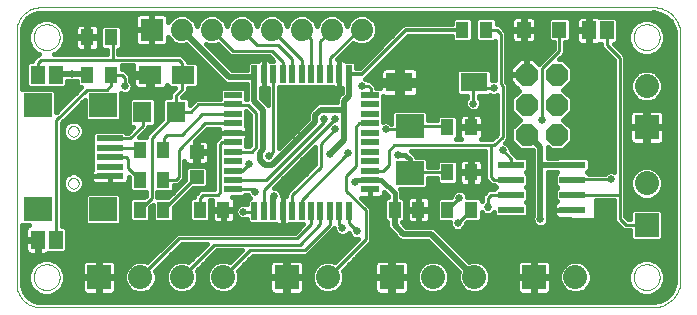
<source format=gtl>
G75*
%MOIN*%
%OFA0B0*%
%FSLAX24Y24*%
%IPPOS*%
%LPD*%
%AMOC8*
5,1,8,0,0,1.08239X$1,22.5*
%
%ADD10C,0.0000*%
%ADD11R,0.0433X0.0551*%
%ADD12R,0.0630X0.0710*%
%ADD13R,0.0768X0.0591*%
%ADD14R,0.0472X0.0472*%
%ADD15R,0.0945X0.0787*%
%ADD16R,0.0591X0.0197*%
%ADD17R,0.0197X0.0591*%
%ADD18R,0.0909X0.0197*%
%ADD19R,0.0460X0.0630*%
%ADD20R,0.0472X0.0551*%
%ADD21R,0.0800X0.0800*%
%ADD22C,0.0800*%
%ADD23R,0.0740X0.0740*%
%ADD24C,0.0740*%
%ADD25R,0.0866X0.0236*%
%ADD26R,0.0906X0.0630*%
%ADD27OC8,0.0740*%
%ADD28C,0.0100*%
%ADD29C,0.0150*%
%ADD30C,0.0250*%
%ADD31C,0.0160*%
%ADD32C,0.0200*%
%ADD33C,0.0270*%
%ADD34C,0.0120*%
D10*
X002087Y001180D02*
X022383Y001180D01*
X023420Y001967D02*
X023420Y010389D01*
X023411Y010446D01*
X023398Y010502D01*
X023381Y010558D01*
X023361Y010612D01*
X023337Y010665D01*
X023310Y010716D01*
X023280Y010766D01*
X023247Y010813D01*
X023211Y010858D01*
X023173Y010901D01*
X023131Y010942D01*
X023088Y010980D01*
X023042Y011015D01*
X022993Y011047D01*
X022943Y011076D01*
X022891Y011101D01*
X022838Y011124D01*
X022783Y011143D01*
X022728Y011158D01*
X022671Y011170D01*
X022614Y011179D01*
X022556Y011184D01*
X022498Y011185D01*
X022441Y011183D01*
X022383Y011176D01*
X002087Y011176D01*
X002033Y011174D01*
X001980Y011169D01*
X001927Y011160D01*
X001875Y011147D01*
X001823Y011131D01*
X001773Y011111D01*
X001725Y011088D01*
X001678Y011061D01*
X001633Y011032D01*
X001590Y010999D01*
X001550Y010964D01*
X001512Y010926D01*
X001477Y010886D01*
X001444Y010843D01*
X001415Y010798D01*
X001388Y010751D01*
X001365Y010703D01*
X001345Y010653D01*
X001329Y010601D01*
X001316Y010549D01*
X001307Y010496D01*
X001302Y010443D01*
X001300Y010389D01*
X001300Y001967D01*
X001302Y001913D01*
X001307Y001860D01*
X001316Y001807D01*
X001329Y001755D01*
X001345Y001703D01*
X001365Y001653D01*
X001388Y001605D01*
X001415Y001558D01*
X001444Y001513D01*
X001477Y001470D01*
X001512Y001430D01*
X001550Y001392D01*
X001590Y001357D01*
X001633Y001324D01*
X001678Y001295D01*
X001725Y001268D01*
X001773Y001245D01*
X001823Y001225D01*
X001875Y001209D01*
X001927Y001196D01*
X001980Y001187D01*
X002033Y001182D01*
X002087Y001180D01*
X001867Y002180D02*
X001869Y002221D01*
X001875Y002262D01*
X001885Y002302D01*
X001898Y002341D01*
X001915Y002378D01*
X001936Y002414D01*
X001960Y002448D01*
X001987Y002479D01*
X002016Y002507D01*
X002049Y002533D01*
X002083Y002555D01*
X002120Y002574D01*
X002158Y002589D01*
X002198Y002601D01*
X002238Y002609D01*
X002279Y002613D01*
X002321Y002613D01*
X002362Y002609D01*
X002402Y002601D01*
X002442Y002589D01*
X002480Y002574D01*
X002516Y002555D01*
X002551Y002533D01*
X002584Y002507D01*
X002613Y002479D01*
X002640Y002448D01*
X002664Y002414D01*
X002685Y002378D01*
X002702Y002341D01*
X002715Y002302D01*
X002725Y002262D01*
X002731Y002221D01*
X002733Y002180D01*
X002731Y002139D01*
X002725Y002098D01*
X002715Y002058D01*
X002702Y002019D01*
X002685Y001982D01*
X002664Y001946D01*
X002640Y001912D01*
X002613Y001881D01*
X002584Y001853D01*
X002551Y001827D01*
X002517Y001805D01*
X002480Y001786D01*
X002442Y001771D01*
X002402Y001759D01*
X002362Y001751D01*
X002321Y001747D01*
X002279Y001747D01*
X002238Y001751D01*
X002198Y001759D01*
X002158Y001771D01*
X002120Y001786D01*
X002084Y001805D01*
X002049Y001827D01*
X002016Y001853D01*
X001987Y001881D01*
X001960Y001912D01*
X001936Y001946D01*
X001915Y001982D01*
X001898Y002019D01*
X001885Y002058D01*
X001875Y002098D01*
X001869Y002139D01*
X001867Y002180D01*
X003017Y005314D02*
X003019Y005340D01*
X003025Y005366D01*
X003035Y005391D01*
X003048Y005414D01*
X003064Y005434D01*
X003084Y005452D01*
X003106Y005467D01*
X003129Y005479D01*
X003155Y005487D01*
X003181Y005491D01*
X003207Y005491D01*
X003233Y005487D01*
X003259Y005479D01*
X003283Y005467D01*
X003304Y005452D01*
X003324Y005434D01*
X003340Y005414D01*
X003353Y005391D01*
X003363Y005366D01*
X003369Y005340D01*
X003371Y005314D01*
X003369Y005288D01*
X003363Y005262D01*
X003353Y005237D01*
X003340Y005214D01*
X003324Y005194D01*
X003304Y005176D01*
X003282Y005161D01*
X003259Y005149D01*
X003233Y005141D01*
X003207Y005137D01*
X003181Y005137D01*
X003155Y005141D01*
X003129Y005149D01*
X003105Y005161D01*
X003084Y005176D01*
X003064Y005194D01*
X003048Y005214D01*
X003035Y005237D01*
X003025Y005262D01*
X003019Y005288D01*
X003017Y005314D01*
X003017Y007046D02*
X003019Y007072D01*
X003025Y007098D01*
X003035Y007123D01*
X003048Y007146D01*
X003064Y007166D01*
X003084Y007184D01*
X003106Y007199D01*
X003129Y007211D01*
X003155Y007219D01*
X003181Y007223D01*
X003207Y007223D01*
X003233Y007219D01*
X003259Y007211D01*
X003283Y007199D01*
X003304Y007184D01*
X003324Y007166D01*
X003340Y007146D01*
X003353Y007123D01*
X003363Y007098D01*
X003369Y007072D01*
X003371Y007046D01*
X003369Y007020D01*
X003363Y006994D01*
X003353Y006969D01*
X003340Y006946D01*
X003324Y006926D01*
X003304Y006908D01*
X003282Y006893D01*
X003259Y006881D01*
X003233Y006873D01*
X003207Y006869D01*
X003181Y006869D01*
X003155Y006873D01*
X003129Y006881D01*
X003105Y006893D01*
X003084Y006908D01*
X003064Y006926D01*
X003048Y006946D01*
X003035Y006969D01*
X003025Y006994D01*
X003019Y007020D01*
X003017Y007046D01*
X001867Y010180D02*
X001869Y010221D01*
X001875Y010262D01*
X001885Y010302D01*
X001898Y010341D01*
X001915Y010378D01*
X001936Y010414D01*
X001960Y010448D01*
X001987Y010479D01*
X002016Y010507D01*
X002049Y010533D01*
X002083Y010555D01*
X002120Y010574D01*
X002158Y010589D01*
X002198Y010601D01*
X002238Y010609D01*
X002279Y010613D01*
X002321Y010613D01*
X002362Y010609D01*
X002402Y010601D01*
X002442Y010589D01*
X002480Y010574D01*
X002516Y010555D01*
X002551Y010533D01*
X002584Y010507D01*
X002613Y010479D01*
X002640Y010448D01*
X002664Y010414D01*
X002685Y010378D01*
X002702Y010341D01*
X002715Y010302D01*
X002725Y010262D01*
X002731Y010221D01*
X002733Y010180D01*
X002731Y010139D01*
X002725Y010098D01*
X002715Y010058D01*
X002702Y010019D01*
X002685Y009982D01*
X002664Y009946D01*
X002640Y009912D01*
X002613Y009881D01*
X002584Y009853D01*
X002551Y009827D01*
X002517Y009805D01*
X002480Y009786D01*
X002442Y009771D01*
X002402Y009759D01*
X002362Y009751D01*
X002321Y009747D01*
X002279Y009747D01*
X002238Y009751D01*
X002198Y009759D01*
X002158Y009771D01*
X002120Y009786D01*
X002084Y009805D01*
X002049Y009827D01*
X002016Y009853D01*
X001987Y009881D01*
X001960Y009912D01*
X001936Y009946D01*
X001915Y009982D01*
X001898Y010019D01*
X001885Y010058D01*
X001875Y010098D01*
X001869Y010139D01*
X001867Y010180D01*
X021867Y010180D02*
X021869Y010221D01*
X021875Y010262D01*
X021885Y010302D01*
X021898Y010341D01*
X021915Y010378D01*
X021936Y010414D01*
X021960Y010448D01*
X021987Y010479D01*
X022016Y010507D01*
X022049Y010533D01*
X022083Y010555D01*
X022120Y010574D01*
X022158Y010589D01*
X022198Y010601D01*
X022238Y010609D01*
X022279Y010613D01*
X022321Y010613D01*
X022362Y010609D01*
X022402Y010601D01*
X022442Y010589D01*
X022480Y010574D01*
X022516Y010555D01*
X022551Y010533D01*
X022584Y010507D01*
X022613Y010479D01*
X022640Y010448D01*
X022664Y010414D01*
X022685Y010378D01*
X022702Y010341D01*
X022715Y010302D01*
X022725Y010262D01*
X022731Y010221D01*
X022733Y010180D01*
X022731Y010139D01*
X022725Y010098D01*
X022715Y010058D01*
X022702Y010019D01*
X022685Y009982D01*
X022664Y009946D01*
X022640Y009912D01*
X022613Y009881D01*
X022584Y009853D01*
X022551Y009827D01*
X022517Y009805D01*
X022480Y009786D01*
X022442Y009771D01*
X022402Y009759D01*
X022362Y009751D01*
X022321Y009747D01*
X022279Y009747D01*
X022238Y009751D01*
X022198Y009759D01*
X022158Y009771D01*
X022120Y009786D01*
X022084Y009805D01*
X022049Y009827D01*
X022016Y009853D01*
X021987Y009881D01*
X021960Y009912D01*
X021936Y009946D01*
X021915Y009982D01*
X021898Y010019D01*
X021885Y010058D01*
X021875Y010098D01*
X021869Y010139D01*
X021867Y010180D01*
X021867Y002180D02*
X021869Y002221D01*
X021875Y002262D01*
X021885Y002302D01*
X021898Y002341D01*
X021915Y002378D01*
X021936Y002414D01*
X021960Y002448D01*
X021987Y002479D01*
X022016Y002507D01*
X022049Y002533D01*
X022083Y002555D01*
X022120Y002574D01*
X022158Y002589D01*
X022198Y002601D01*
X022238Y002609D01*
X022279Y002613D01*
X022321Y002613D01*
X022362Y002609D01*
X022402Y002601D01*
X022442Y002589D01*
X022480Y002574D01*
X022516Y002555D01*
X022551Y002533D01*
X022584Y002507D01*
X022613Y002479D01*
X022640Y002448D01*
X022664Y002414D01*
X022685Y002378D01*
X022702Y002341D01*
X022715Y002302D01*
X022725Y002262D01*
X022731Y002221D01*
X022733Y002180D01*
X022731Y002139D01*
X022725Y002098D01*
X022715Y002058D01*
X022702Y002019D01*
X022685Y001982D01*
X022664Y001946D01*
X022640Y001912D01*
X022613Y001881D01*
X022584Y001853D01*
X022551Y001827D01*
X022517Y001805D01*
X022480Y001786D01*
X022442Y001771D01*
X022402Y001759D01*
X022362Y001751D01*
X022321Y001747D01*
X022279Y001747D01*
X022238Y001751D01*
X022198Y001759D01*
X022158Y001771D01*
X022120Y001786D01*
X022084Y001805D01*
X022049Y001827D01*
X022016Y001853D01*
X021987Y001881D01*
X021960Y001912D01*
X021936Y001946D01*
X021915Y001982D01*
X021898Y002019D01*
X021885Y002058D01*
X021875Y002098D01*
X021869Y002139D01*
X021867Y002180D01*
X022383Y001180D02*
X022441Y001173D01*
X022498Y001171D01*
X022556Y001172D01*
X022614Y001177D01*
X022671Y001186D01*
X022728Y001198D01*
X022783Y001213D01*
X022838Y001232D01*
X022891Y001255D01*
X022943Y001280D01*
X022993Y001309D01*
X023042Y001341D01*
X023088Y001376D01*
X023131Y001414D01*
X023173Y001455D01*
X023211Y001498D01*
X023247Y001543D01*
X023280Y001590D01*
X023310Y001640D01*
X023337Y001691D01*
X023361Y001744D01*
X023381Y001798D01*
X023398Y001854D01*
X023411Y001910D01*
X023420Y001967D01*
D11*
X016444Y004430D03*
X015656Y004430D03*
X014694Y004430D03*
X013906Y004430D03*
X015656Y005680D03*
X016444Y005680D03*
X016444Y007180D03*
X015656Y007180D03*
X016156Y010430D03*
X016944Y010430D03*
X008194Y004430D03*
X007406Y004430D03*
X006194Y004430D03*
X005406Y004430D03*
X005406Y005430D03*
X006194Y005430D03*
X006194Y006430D03*
X005406Y006430D03*
X004444Y008930D03*
X003656Y008930D03*
X003656Y010180D03*
X004444Y010180D03*
D12*
X005490Y007680D03*
X006610Y007680D03*
D13*
X006841Y008930D03*
X005759Y008930D03*
D14*
X007300Y006343D03*
X007300Y005517D03*
D15*
X004178Y004448D03*
X002013Y004448D03*
X002013Y007912D03*
X004178Y007912D03*
X014400Y007217D03*
X014400Y005643D03*
D16*
X013083Y005735D03*
X013083Y006050D03*
X013083Y006365D03*
X013083Y006680D03*
X013083Y006995D03*
X013083Y007310D03*
X013083Y007625D03*
X013083Y007940D03*
X013083Y008255D03*
X008517Y008255D03*
X008517Y007940D03*
X008517Y007625D03*
X008517Y007310D03*
X008517Y006995D03*
X008517Y006680D03*
X008517Y006365D03*
X008517Y006050D03*
X008517Y005735D03*
X008517Y005420D03*
X008517Y005105D03*
X013083Y005105D03*
X013083Y005420D03*
D17*
X012375Y004397D03*
X012060Y004397D03*
X011745Y004397D03*
X011430Y004397D03*
X011115Y004397D03*
X010800Y004397D03*
X010485Y004397D03*
X010170Y004397D03*
X009855Y004397D03*
X009540Y004397D03*
X009225Y004397D03*
X009225Y008963D03*
X009540Y008963D03*
X009855Y008963D03*
X010170Y008963D03*
X010485Y008963D03*
X010800Y008963D03*
X011115Y008963D03*
X011430Y008963D03*
X011745Y008963D03*
X012060Y008963D03*
X012375Y008963D03*
D18*
X004400Y006810D03*
X004400Y006495D03*
X004400Y006180D03*
X004400Y005865D03*
X004400Y005550D03*
D19*
X002600Y003430D03*
X002000Y003430D03*
X002000Y008930D03*
X002600Y008930D03*
X020372Y010408D03*
X020972Y010408D03*
D20*
X019391Y010430D03*
X018209Y010430D03*
D21*
X022300Y007180D03*
X022300Y003930D03*
X018550Y002180D03*
X013800Y002180D03*
X010300Y002180D03*
X004050Y002180D03*
D22*
X005428Y002180D03*
X006806Y002180D03*
X008184Y002180D03*
X011678Y002180D03*
X015178Y002180D03*
X016556Y002180D03*
X019928Y002180D03*
X022300Y005308D03*
X022300Y008558D03*
D23*
X005800Y010430D03*
D24*
X006800Y010430D03*
X007800Y010430D03*
X008800Y010430D03*
X009800Y010430D03*
X010800Y010430D03*
X011800Y010430D03*
X012800Y010430D03*
D25*
X017776Y005930D03*
X017776Y005430D03*
X017776Y004930D03*
X017776Y004430D03*
X019824Y004430D03*
X019824Y004930D03*
X019824Y005430D03*
X019824Y005930D03*
D26*
X016540Y008680D03*
X014060Y008680D03*
D27*
X018300Y008930D03*
X019300Y008930D03*
X019300Y007930D03*
X018300Y007930D03*
X018300Y006930D03*
X019300Y006930D03*
D28*
X018820Y007410D02*
X018820Y009150D01*
X019391Y009721D01*
X019391Y010430D01*
X020972Y010408D02*
X020972Y009918D01*
X021400Y009490D01*
X021400Y004930D01*
X021400Y004130D01*
X021600Y003930D01*
X022300Y003930D01*
X021400Y004930D02*
X019824Y004930D01*
X019824Y005430D02*
X019834Y005440D01*
X021100Y005440D01*
X017776Y005430D02*
X017200Y005430D01*
X017100Y005530D01*
X017100Y006590D01*
X016700Y006590D01*
X013889Y006590D01*
X013700Y006401D01*
X013700Y005930D01*
X013505Y005735D01*
X013083Y005735D01*
X012600Y005890D02*
X012600Y007182D01*
X012728Y007310D01*
X013083Y007310D01*
X013600Y007110D02*
X014260Y007110D01*
X014260Y007170D01*
X014320Y007230D02*
X015640Y007230D01*
X016520Y007970D02*
X016520Y008410D01*
X016600Y008490D01*
X017200Y008490D01*
X017440Y008610D02*
X017500Y008550D01*
X017500Y006870D01*
X017220Y006590D01*
X017100Y006590D01*
X017500Y006410D02*
X017776Y006134D01*
X017776Y005930D01*
X017776Y004930D02*
X017100Y004930D01*
X017000Y004830D01*
X017000Y004530D01*
X016444Y004430D02*
X016004Y003990D01*
X016000Y003990D01*
X015656Y004430D02*
X016056Y004830D01*
X016060Y004830D01*
X015656Y005680D02*
X014437Y005680D01*
X014400Y005643D01*
X014400Y005670D01*
X014320Y005670D01*
X014320Y005970D01*
X012600Y005890D02*
X012280Y005570D01*
X012280Y005070D01*
X012940Y004410D01*
X012940Y003442D01*
X011678Y002180D01*
X010904Y003090D02*
X009094Y003090D01*
X008184Y002180D01*
X007896Y003270D02*
X006806Y002180D01*
X006728Y003480D02*
X005428Y002180D01*
X006728Y003480D02*
X010650Y003480D01*
X011115Y003945D01*
X011115Y004397D01*
X011430Y004397D02*
X011430Y003960D01*
X010740Y003270D01*
X007896Y003270D01*
X007420Y004230D02*
X007540Y004350D01*
X007486Y004350D01*
X007406Y004430D01*
X007400Y004436D01*
X007400Y004830D01*
X007500Y004930D01*
X008000Y004930D01*
X008080Y005010D01*
X008080Y006610D01*
X008150Y006680D01*
X008517Y006680D01*
X008517Y006365D02*
X009135Y006365D01*
X009280Y006510D01*
X009280Y007650D01*
X009000Y007930D01*
X008526Y007930D01*
X008517Y007940D01*
X007360Y007940D01*
X007100Y007680D01*
X006610Y007680D01*
X006600Y007690D01*
X006600Y008230D01*
X006820Y008450D01*
X006820Y008930D01*
X006841Y008930D01*
X006820Y008930D02*
X006820Y008970D01*
X006820Y009310D01*
X006700Y009430D01*
X004500Y009430D01*
X004500Y010180D01*
X004444Y010180D01*
X004500Y009430D02*
X002100Y009430D01*
X002000Y009330D01*
X002000Y008930D01*
X002620Y007410D02*
X003640Y008430D01*
X004300Y008430D01*
X004444Y008574D01*
X004444Y008930D01*
X004800Y008930D01*
X004900Y008830D01*
X004900Y008550D01*
X005490Y007680D02*
X005500Y007670D01*
X005500Y007230D01*
X005080Y006810D01*
X004400Y006810D01*
X004400Y006810D01*
X004400Y006495D02*
X005341Y006495D01*
X005406Y006430D01*
X005000Y006130D02*
X004950Y006180D01*
X004400Y006180D01*
X005000Y006130D02*
X005000Y005836D01*
X005406Y005430D01*
X005380Y005430D01*
X006194Y005430D02*
X006600Y005430D01*
X006700Y005530D01*
X006700Y006430D01*
X007580Y007310D01*
X008517Y007310D01*
X008517Y007625D02*
X007495Y007625D01*
X006800Y006930D01*
X006300Y006930D01*
X006200Y006830D01*
X006200Y006436D01*
X006194Y006430D01*
X005800Y006830D02*
X005800Y004824D01*
X005406Y004430D01*
X005406Y004424D01*
X005520Y004310D01*
X005560Y004350D01*
X005520Y004310D02*
X005440Y004230D01*
X006194Y004430D02*
X006344Y004580D01*
X006350Y004580D01*
X007287Y005517D01*
X007300Y005517D01*
X008517Y005420D02*
X009630Y005420D01*
X011560Y007350D01*
X011560Y007470D01*
X011920Y007470D02*
X009540Y005090D01*
X009540Y004397D01*
X009225Y004397D02*
X009199Y004370D01*
X008860Y004370D01*
X009240Y005030D02*
X009165Y005105D01*
X008517Y005105D01*
X008517Y005735D02*
X008805Y005735D01*
X009040Y005970D01*
X009700Y006210D02*
X009855Y006365D01*
X009855Y008963D01*
X010170Y008963D02*
X010170Y009360D01*
X009800Y009730D01*
X008500Y009730D01*
X007800Y010430D01*
X008800Y010430D02*
X009300Y009930D01*
X010000Y009930D01*
X010485Y009445D01*
X010485Y008963D01*
X010800Y008963D02*
X010800Y009430D01*
X009800Y010430D01*
X010800Y010430D02*
X011115Y010115D01*
X011115Y008963D01*
X011430Y008963D02*
X011430Y010060D01*
X011800Y010430D01*
X012700Y010430D02*
X012800Y010430D01*
X012700Y010430D02*
X011745Y009475D01*
X011745Y008963D01*
X012820Y008550D02*
X013030Y008550D01*
X013100Y008480D01*
X013100Y008271D01*
X013083Y008255D01*
X011920Y007110D02*
X011440Y006630D01*
X011440Y005870D01*
X010485Y004915D01*
X010485Y004397D01*
X010800Y004397D02*
X010800Y004770D01*
X012340Y006310D01*
X012375Y004397D02*
X012375Y003975D01*
X012640Y003710D01*
X012160Y003810D02*
X012060Y003910D01*
X012060Y004397D01*
X011745Y004397D02*
X011745Y003931D01*
X010904Y003090D01*
X006610Y007640D02*
X005800Y006830D01*
X006610Y007640D02*
X006610Y007680D01*
X006580Y008970D02*
X006820Y008970D01*
X002620Y007410D02*
X002620Y003450D01*
X002600Y003430D01*
X016540Y008490D02*
X016540Y008670D01*
X016540Y008670D01*
X016540Y008680D01*
X016540Y008490D02*
X016600Y008490D01*
X017440Y008610D02*
X017440Y010290D01*
X017300Y010430D01*
X016944Y010430D01*
D29*
X010180Y005370D02*
X010180Y004470D01*
D30*
X009880Y004890D03*
X009240Y005030D03*
X008860Y004370D03*
X009040Y005970D03*
X009700Y006210D03*
X007860Y006850D03*
X004900Y008550D03*
X003160Y008970D03*
X008675Y009349D03*
X011560Y007470D03*
X011920Y007470D03*
X011920Y007110D03*
X011740Y006290D03*
X012340Y006310D03*
X013600Y007110D03*
X014020Y006270D03*
X012580Y005370D03*
X012160Y003810D03*
X012640Y003710D03*
X015240Y005050D03*
X016060Y004830D03*
X016000Y003990D03*
X018760Y004110D03*
X021100Y005440D03*
X018820Y007410D03*
X017500Y006410D03*
X016520Y007970D03*
X017200Y008490D03*
X013420Y009150D03*
X012820Y008550D03*
D31*
X013005Y008740D02*
X012970Y008775D01*
X012926Y008793D01*
X013020Y008887D01*
X013020Y008887D01*
X014363Y010230D01*
X015800Y010230D01*
X015800Y010096D01*
X015882Y010014D01*
X016431Y010014D01*
X016513Y010096D01*
X016513Y010764D01*
X016431Y010846D01*
X015882Y010846D01*
X015800Y010764D01*
X015800Y010630D01*
X014197Y010630D01*
X014080Y010513D01*
X014080Y010513D01*
X012737Y009170D01*
X012613Y009170D01*
X012613Y009317D01*
X012531Y009399D01*
X012273Y009399D01*
X012269Y009403D01*
X012228Y009426D01*
X012182Y009439D01*
X012060Y009439D01*
X012060Y008963D01*
X012060Y008963D01*
X012060Y008488D01*
X012135Y008488D01*
X012135Y008324D01*
X012084Y008273D01*
X012017Y008206D01*
X011980Y008118D01*
X011980Y008010D01*
X011392Y008010D01*
X011304Y007973D01*
X011237Y007906D01*
X011057Y007726D01*
X011020Y007638D01*
X011020Y007449D01*
X010045Y006475D01*
X010045Y008528D01*
X010326Y008528D01*
X010328Y008529D01*
X010329Y008528D01*
X010641Y008528D01*
X010643Y008529D01*
X010644Y008528D01*
X010956Y008528D01*
X010957Y008529D01*
X010959Y008528D01*
X011271Y008528D01*
X011272Y008529D01*
X011274Y008528D01*
X011586Y008528D01*
X011587Y008529D01*
X011588Y008528D01*
X011847Y008528D01*
X011851Y008524D01*
X011892Y008500D01*
X011938Y008488D01*
X012060Y008488D01*
X012060Y008963D01*
X012060Y008963D01*
X012060Y008963D01*
X012060Y009439D01*
X011977Y009439D01*
X012529Y009990D01*
X012699Y009920D01*
X012901Y009920D01*
X013089Y009998D01*
X013232Y010141D01*
X013310Y010329D01*
X013310Y010531D01*
X013232Y010719D01*
X013089Y010862D01*
X012901Y010940D01*
X012699Y010940D01*
X012511Y010862D01*
X012368Y010719D01*
X012300Y010556D01*
X012232Y010719D01*
X012089Y010862D01*
X011901Y010940D01*
X011699Y010940D01*
X011511Y010862D01*
X011368Y010719D01*
X011300Y010556D01*
X011232Y010719D01*
X011089Y010862D01*
X010901Y010940D01*
X010699Y010940D01*
X010511Y010862D01*
X010368Y010719D01*
X010300Y010556D01*
X010232Y010719D01*
X010089Y010862D01*
X009901Y010940D01*
X009699Y010940D01*
X009511Y010862D01*
X009368Y010719D01*
X009300Y010556D01*
X009232Y010719D01*
X009089Y010862D01*
X008901Y010940D01*
X008699Y010940D01*
X008511Y010862D01*
X008368Y010719D01*
X008300Y010556D01*
X008232Y010719D01*
X008089Y010862D01*
X007901Y010940D01*
X007699Y010940D01*
X007511Y010862D01*
X007368Y010719D01*
X007300Y010556D01*
X007232Y010719D01*
X007089Y010862D01*
X006901Y010940D01*
X006699Y010940D01*
X006511Y010862D01*
X006368Y010719D01*
X006350Y010676D01*
X006350Y010824D01*
X006338Y010869D01*
X006314Y010911D01*
X006281Y010944D01*
X006239Y010968D01*
X006194Y010980D01*
X005820Y010980D01*
X005820Y010450D01*
X005780Y010450D01*
X005780Y010980D01*
X005406Y010980D01*
X005361Y010968D01*
X005319Y010944D01*
X005286Y010911D01*
X005262Y010869D01*
X005250Y010824D01*
X005250Y010450D01*
X005780Y010450D01*
X005780Y010410D01*
X005820Y010410D01*
X005820Y009880D01*
X006194Y009880D01*
X006239Y009892D01*
X006281Y009916D01*
X006314Y009949D01*
X006338Y009991D01*
X006350Y010036D01*
X006350Y010184D01*
X006368Y010141D01*
X006511Y009998D01*
X006699Y009920D01*
X006901Y009920D01*
X006950Y009940D01*
X008249Y008642D01*
X008337Y008605D01*
X008980Y008605D01*
X008980Y008120D01*
X008952Y008120D01*
X008952Y008411D01*
X008870Y008493D01*
X008163Y008493D01*
X008081Y008411D01*
X008081Y008130D01*
X007281Y008130D01*
X007065Y007914D01*
X007065Y008093D01*
X006983Y008175D01*
X006814Y008175D01*
X007010Y008371D01*
X007010Y008495D01*
X007283Y008495D01*
X007365Y008577D01*
X007365Y009283D01*
X007283Y009365D01*
X007010Y009365D01*
X007010Y009389D01*
X006890Y009509D01*
X006779Y009620D01*
X004690Y009620D01*
X004690Y009764D01*
X004718Y009764D01*
X004800Y009846D01*
X004800Y010514D01*
X004718Y010596D01*
X004169Y010596D01*
X004087Y010514D01*
X004087Y009846D01*
X004169Y009764D01*
X004310Y009764D01*
X004310Y009620D01*
X002550Y009620D01*
X002647Y009660D01*
X002820Y009833D01*
X002913Y010058D01*
X002913Y010302D01*
X002820Y010527D01*
X002647Y010700D01*
X002422Y010793D01*
X002178Y010793D01*
X001953Y010700D01*
X001780Y010527D01*
X001687Y010302D01*
X001687Y010058D01*
X001780Y009833D01*
X001953Y009660D01*
X002050Y009620D01*
X002021Y009620D01*
X001921Y009520D01*
X001810Y009409D01*
X001810Y009385D01*
X001712Y009385D01*
X001630Y009303D01*
X001630Y008557D01*
X001712Y008475D01*
X002288Y008475D01*
X002300Y008487D01*
X002312Y008475D01*
X002888Y008475D01*
X002970Y008557D01*
X002970Y008730D01*
X003047Y008730D01*
X003107Y008705D01*
X003213Y008705D01*
X003273Y008730D01*
X003300Y008730D01*
X003300Y008596D01*
X003382Y008514D01*
X003456Y008514D01*
X002625Y007684D01*
X002625Y008364D01*
X002543Y008446D01*
X001482Y008446D01*
X001480Y008444D01*
X001480Y010389D01*
X001487Y010484D01*
X001546Y010664D01*
X001658Y010818D01*
X001812Y010930D01*
X001992Y010989D01*
X002087Y010996D01*
X022322Y010996D01*
X022333Y010988D01*
X022395Y010996D01*
X022457Y010996D01*
X022462Y011001D01*
X022523Y011004D01*
X022751Y010963D01*
X022956Y010854D01*
X023116Y010687D01*
X023217Y010478D01*
X023240Y010372D01*
X023240Y001984D01*
X023217Y001878D01*
X023116Y001670D01*
X022956Y001502D01*
X022751Y001393D01*
X022523Y001352D01*
X022462Y001355D01*
X022457Y001360D01*
X022395Y001360D01*
X022333Y001368D01*
X022322Y001360D01*
X002087Y001360D01*
X001992Y001367D01*
X001812Y001426D01*
X001658Y001538D01*
X001546Y001692D01*
X001487Y001872D01*
X001480Y001967D01*
X001480Y003916D01*
X001482Y003914D01*
X001705Y003914D01*
X001701Y003913D01*
X001659Y003889D01*
X001626Y003856D01*
X001602Y003814D01*
X001590Y003769D01*
X001590Y003465D01*
X001965Y003465D01*
X001965Y003395D01*
X002035Y003395D01*
X002035Y002935D01*
X002254Y002935D01*
X002299Y002947D01*
X002341Y002971D01*
X002345Y002975D01*
X002888Y002975D01*
X002970Y003057D01*
X002970Y003803D01*
X002888Y003885D01*
X002810Y003885D01*
X002810Y007331D01*
X003566Y008087D01*
X003566Y007461D01*
X003648Y007379D01*
X004708Y007379D01*
X004790Y007461D01*
X004790Y008309D01*
X004847Y008285D01*
X004953Y008285D01*
X005050Y008325D01*
X005125Y008400D01*
X005165Y008497D01*
X005165Y008603D01*
X005125Y008700D01*
X005090Y008735D01*
X005090Y008909D01*
X004990Y009009D01*
X004879Y009120D01*
X004800Y009120D01*
X004800Y009240D01*
X005195Y009240D01*
X005195Y008998D01*
X005691Y008998D01*
X005691Y008862D01*
X005826Y008862D01*
X005826Y008455D01*
X006166Y008455D01*
X006212Y008467D01*
X006253Y008491D01*
X006287Y008524D01*
X006310Y008565D01*
X006317Y008592D01*
X006317Y008577D01*
X006399Y008495D01*
X006596Y008495D01*
X006521Y008420D01*
X006410Y008309D01*
X006410Y008175D01*
X006237Y008175D01*
X006155Y008093D01*
X006155Y007454D01*
X005721Y007020D01*
X005610Y006909D01*
X005610Y006846D01*
X005384Y006846D01*
X005579Y007040D01*
X005690Y007151D01*
X005690Y007185D01*
X005863Y007185D01*
X005945Y007267D01*
X005945Y008093D01*
X005863Y008175D01*
X005117Y008175D01*
X005035Y008093D01*
X005035Y007267D01*
X005117Y007185D01*
X005186Y007185D01*
X005001Y007000D01*
X004961Y007000D01*
X004912Y007048D01*
X003888Y007048D01*
X003806Y006966D01*
X003806Y006654D01*
X003807Y006652D01*
X003806Y006651D01*
X003806Y006339D01*
X003807Y006337D01*
X003806Y006336D01*
X003806Y006024D01*
X003807Y006023D01*
X003806Y006021D01*
X003806Y005763D01*
X003802Y005759D01*
X003778Y005718D01*
X003766Y005672D01*
X003766Y005550D01*
X003766Y005428D01*
X003778Y005382D01*
X003802Y005341D01*
X003835Y005308D01*
X003876Y005284D01*
X003922Y005272D01*
X004400Y005272D01*
X004878Y005272D01*
X004924Y005284D01*
X004965Y005308D01*
X004998Y005341D01*
X005022Y005382D01*
X005034Y005428D01*
X005034Y005533D01*
X005050Y005518D01*
X005050Y005096D01*
X005132Y005014D01*
X005610Y005014D01*
X005610Y004902D01*
X005553Y004846D01*
X005132Y004846D01*
X005050Y004764D01*
X005050Y004096D01*
X005132Y004014D01*
X005681Y004014D01*
X005763Y004096D01*
X005763Y004518D01*
X005837Y004592D01*
X005837Y004096D01*
X005919Y004014D01*
X006468Y004014D01*
X006550Y004096D01*
X006550Y004512D01*
X007179Y005140D01*
X007594Y005140D01*
X007676Y005222D01*
X007676Y005811D01*
X007594Y005893D01*
X007006Y005893D01*
X006924Y005811D01*
X006924Y005422D01*
X006347Y004846D01*
X005990Y004846D01*
X005990Y005014D01*
X006468Y005014D01*
X006550Y005096D01*
X006550Y005240D01*
X006679Y005240D01*
X006790Y005351D01*
X006890Y005451D01*
X006890Y006060D01*
X006896Y006038D01*
X006920Y005997D01*
X006953Y005963D01*
X006994Y005939D01*
X007040Y005927D01*
X007262Y005927D01*
X007262Y006305D01*
X007338Y006305D01*
X007338Y005927D01*
X007560Y005927D01*
X007606Y005939D01*
X007647Y005963D01*
X007680Y005997D01*
X007704Y006038D01*
X007716Y006083D01*
X007716Y006305D01*
X007338Y006305D01*
X007338Y006381D01*
X007716Y006381D01*
X007716Y006603D01*
X007704Y006649D01*
X007680Y006690D01*
X007647Y006724D01*
X007606Y006747D01*
X007560Y006760D01*
X007338Y006760D01*
X007338Y006382D01*
X007262Y006382D01*
X007262Y006723D01*
X007659Y007120D01*
X008042Y007120D01*
X008041Y007117D01*
X008041Y006995D01*
X008517Y006995D01*
X008992Y006995D01*
X008992Y007117D01*
X008980Y007163D01*
X008956Y007204D01*
X008952Y007208D01*
X008952Y007466D01*
X008951Y007467D01*
X008952Y007468D01*
X008952Y007709D01*
X009090Y007571D01*
X009090Y006589D01*
X009056Y006555D01*
X008952Y006555D01*
X008952Y006782D01*
X008956Y006786D01*
X008980Y006827D01*
X008992Y006873D01*
X008992Y006995D01*
X008517Y006995D01*
X008517Y006995D01*
X008041Y006995D01*
X008041Y006873D01*
X008048Y006847D01*
X007890Y006689D01*
X007890Y005120D01*
X007421Y005120D01*
X007321Y005020D01*
X007210Y004909D01*
X007210Y004846D01*
X007132Y004846D01*
X007050Y004764D01*
X007050Y004096D01*
X007132Y004014D01*
X007681Y004014D01*
X007763Y004096D01*
X007763Y004740D01*
X007800Y004740D01*
X007797Y004729D01*
X007797Y004458D01*
X008165Y004458D01*
X008165Y004402D01*
X007797Y004402D01*
X007797Y004131D01*
X007809Y004085D01*
X007833Y004044D01*
X007867Y004010D01*
X007908Y003987D01*
X007953Y003974D01*
X008165Y003974D01*
X008165Y004402D01*
X008222Y004402D01*
X008222Y004458D01*
X008590Y004458D01*
X008590Y004729D01*
X008578Y004775D01*
X008554Y004816D01*
X008521Y004850D01*
X008491Y004867D01*
X008870Y004867D01*
X008918Y004915D01*
X009001Y004915D01*
X009015Y004880D01*
X009066Y004829D01*
X008987Y004750D01*
X008987Y004604D01*
X008913Y004635D01*
X008807Y004635D01*
X008710Y004595D01*
X008635Y004520D01*
X008595Y004423D01*
X008595Y004317D01*
X008635Y004220D01*
X008710Y004145D01*
X008807Y004105D01*
X008913Y004105D01*
X008987Y004136D01*
X008987Y004043D01*
X009069Y003961D01*
X009382Y003961D01*
X009383Y003962D01*
X009384Y003961D01*
X009697Y003961D01*
X009698Y003962D01*
X009699Y003961D01*
X009957Y003961D01*
X009961Y003957D01*
X010002Y003934D01*
X010048Y003921D01*
X010170Y003921D01*
X010170Y004397D01*
X010170Y004872D01*
X010145Y004872D01*
X010145Y004943D01*
X010105Y005040D01*
X010030Y005115D01*
X009933Y005155D01*
X009874Y005155D01*
X011250Y006531D01*
X011250Y005949D01*
X010295Y004994D01*
X010295Y004871D01*
X010292Y004872D01*
X010170Y004872D01*
X010170Y004397D01*
X010170Y004397D01*
X010170Y004397D01*
X010170Y003921D01*
X010292Y003921D01*
X010338Y003934D01*
X010379Y003957D01*
X010383Y003961D01*
X010641Y003961D01*
X010643Y003962D01*
X010644Y003961D01*
X010863Y003961D01*
X010571Y003670D01*
X006649Y003670D01*
X005651Y002672D01*
X005535Y002720D01*
X005321Y002720D01*
X005122Y002638D01*
X004970Y002486D01*
X004888Y002287D01*
X004888Y002073D01*
X004970Y001874D01*
X005122Y001722D01*
X005321Y001640D01*
X005535Y001640D01*
X005734Y001722D01*
X005886Y001874D01*
X005968Y002073D01*
X005968Y002287D01*
X005920Y002403D01*
X006807Y003290D01*
X007647Y003290D01*
X007029Y002672D01*
X006913Y002720D01*
X006698Y002720D01*
X006500Y002638D01*
X006348Y002486D01*
X006266Y002287D01*
X006266Y002073D01*
X006348Y001874D01*
X006500Y001722D01*
X006698Y001640D01*
X006913Y001640D01*
X007112Y001722D01*
X007264Y001874D01*
X007346Y002073D01*
X007346Y002287D01*
X007298Y002403D01*
X007975Y003080D01*
X008815Y003080D01*
X008407Y002672D01*
X008291Y002720D01*
X008076Y002720D01*
X007878Y002638D01*
X007726Y002486D01*
X007644Y002287D01*
X007644Y002073D01*
X007726Y001874D01*
X007878Y001722D01*
X008076Y001640D01*
X008291Y001640D01*
X008490Y001722D01*
X008642Y001874D01*
X008724Y002073D01*
X008724Y002287D01*
X008676Y002403D01*
X009173Y002900D01*
X010982Y002900D01*
X011094Y003011D01*
X011824Y003741D01*
X011892Y003809D01*
X011895Y003806D01*
X011895Y003757D01*
X011935Y003660D01*
X012010Y003585D01*
X012107Y003545D01*
X012213Y003545D01*
X012310Y003585D01*
X012377Y003652D01*
X012415Y003560D01*
X012490Y003485D01*
X012587Y003445D01*
X012674Y003445D01*
X011901Y002672D01*
X011785Y002720D01*
X011571Y002720D01*
X011372Y002638D01*
X011220Y002486D01*
X011138Y002287D01*
X011138Y002073D01*
X011220Y001874D01*
X011372Y001722D01*
X011571Y001640D01*
X011785Y001640D01*
X011984Y001722D01*
X012136Y001874D01*
X012218Y002073D01*
X012218Y002287D01*
X012170Y002403D01*
X013130Y003363D01*
X013130Y004489D01*
X013019Y004600D01*
X012792Y004827D01*
X013083Y004827D01*
X013083Y005105D01*
X013083Y005105D01*
X013083Y004827D01*
X013402Y004827D01*
X013448Y004839D01*
X013489Y004863D01*
X013523Y004896D01*
X013546Y004937D01*
X013559Y004983D01*
X013559Y005010D01*
X013686Y004883D01*
X013686Y004846D01*
X013632Y004846D01*
X013550Y004764D01*
X013550Y004096D01*
X013632Y004014D01*
X013660Y004014D01*
X013660Y003865D01*
X013697Y003777D01*
X013979Y003494D01*
X014047Y003427D01*
X014135Y003390D01*
X015006Y003390D01*
X016043Y002353D01*
X016016Y002287D01*
X016016Y002073D01*
X016098Y001874D01*
X016250Y001722D01*
X016448Y001640D01*
X016663Y001640D01*
X016862Y001722D01*
X017014Y001874D01*
X017096Y002073D01*
X017096Y002287D01*
X017014Y002486D01*
X016862Y002638D01*
X016663Y002720D01*
X016448Y002720D01*
X016383Y002693D01*
X015309Y003766D01*
X015242Y003833D01*
X015154Y003870D01*
X014282Y003870D01*
X014140Y004012D01*
X014140Y004014D01*
X014181Y004014D01*
X014263Y004096D01*
X014263Y004764D01*
X014181Y004846D01*
X014126Y004846D01*
X014126Y005065D01*
X014082Y005109D01*
X014930Y005109D01*
X015012Y005191D01*
X015012Y005490D01*
X015300Y005490D01*
X015300Y005346D01*
X015382Y005264D01*
X015931Y005264D01*
X016013Y005346D01*
X016013Y006014D01*
X015931Y006096D01*
X015382Y006096D01*
X015300Y006014D01*
X015300Y005870D01*
X015012Y005870D01*
X015012Y006094D01*
X014930Y006176D01*
X014620Y006176D01*
X014620Y006221D01*
X014491Y006350D01*
X014441Y006400D01*
X016910Y006400D01*
X016910Y005451D01*
X017021Y005340D01*
X017021Y005340D01*
X017121Y005240D01*
X017217Y005240D01*
X017277Y005180D01*
X017217Y005120D01*
X017021Y005120D01*
X016910Y005009D01*
X016910Y005009D01*
X016810Y004909D01*
X016810Y004729D01*
X016800Y004719D01*
X016800Y004764D01*
X016718Y004846D01*
X016325Y004846D01*
X016325Y004883D01*
X016285Y004980D01*
X016210Y005055D01*
X016113Y005095D01*
X016007Y005095D01*
X015910Y005055D01*
X015835Y004980D01*
X015795Y004883D01*
X015795Y004846D01*
X015382Y004846D01*
X015300Y004764D01*
X015300Y004096D01*
X015382Y004014D01*
X015735Y004014D01*
X015735Y003937D01*
X015775Y003840D01*
X015850Y003765D01*
X015947Y003725D01*
X016053Y003725D01*
X016150Y003765D01*
X016225Y003840D01*
X016265Y003937D01*
X016265Y003983D01*
X016297Y004014D01*
X016718Y004014D01*
X016800Y004096D01*
X016800Y004341D01*
X016844Y004297D01*
X016945Y004255D01*
X017055Y004255D01*
X017156Y004297D01*
X017203Y004344D01*
X017203Y004254D01*
X017285Y004172D01*
X018267Y004172D01*
X018349Y004254D01*
X018349Y004606D01*
X018276Y004680D01*
X018349Y004754D01*
X018349Y005106D01*
X018276Y005180D01*
X018349Y005254D01*
X018349Y005606D01*
X018276Y005680D01*
X018349Y005754D01*
X018349Y006106D01*
X018267Y006188D01*
X017966Y006188D01*
X017966Y006212D01*
X017855Y006324D01*
X017765Y006414D01*
X017765Y006463D01*
X017725Y006560D01*
X017650Y006635D01*
X017568Y006669D01*
X017690Y006791D01*
X017690Y008629D01*
X017630Y008689D01*
X017630Y010369D01*
X017490Y010509D01*
X017379Y010620D01*
X017300Y010620D01*
X017300Y010764D01*
X017218Y010846D01*
X016669Y010846D01*
X016587Y010764D01*
X016587Y010096D01*
X016669Y010014D01*
X017218Y010014D01*
X017250Y010046D01*
X017250Y008755D01*
X017147Y008755D01*
X017133Y008749D01*
X017133Y009053D01*
X017051Y009135D01*
X016029Y009135D01*
X015947Y009053D01*
X015947Y008307D01*
X016029Y008225D01*
X016330Y008225D01*
X016330Y008155D01*
X016295Y008120D01*
X016255Y008023D01*
X016255Y007917D01*
X016295Y007820D01*
X016370Y007745D01*
X016467Y007705D01*
X016573Y007705D01*
X016670Y007745D01*
X016745Y007820D01*
X016785Y007917D01*
X016785Y008023D01*
X016745Y008120D01*
X016710Y008155D01*
X016710Y008225D01*
X017051Y008225D01*
X017079Y008253D01*
X017147Y008225D01*
X017253Y008225D01*
X017310Y008249D01*
X017310Y006949D01*
X017141Y006780D01*
X016790Y006780D01*
X016804Y006794D01*
X016828Y006835D01*
X016840Y006881D01*
X016840Y007152D01*
X016472Y007152D01*
X016472Y007208D01*
X016840Y007208D01*
X016840Y007479D01*
X016828Y007525D01*
X016804Y007566D01*
X016771Y007600D01*
X016730Y007623D01*
X016684Y007636D01*
X016472Y007636D01*
X016472Y007208D01*
X016415Y007208D01*
X016415Y007152D01*
X016047Y007152D01*
X016047Y006881D01*
X016059Y006835D01*
X016083Y006794D01*
X016097Y006780D01*
X015946Y006780D01*
X016013Y006846D01*
X016013Y007514D01*
X015931Y007596D01*
X015382Y007596D01*
X015300Y007514D01*
X015300Y007420D01*
X015012Y007420D01*
X015012Y007669D01*
X014930Y007751D01*
X013870Y007751D01*
X013788Y007669D01*
X013788Y007300D01*
X013785Y007300D01*
X013750Y007335D01*
X013653Y007375D01*
X013547Y007375D01*
X013519Y007363D01*
X013519Y007466D01*
X013518Y007467D01*
X013519Y007468D01*
X013519Y007781D01*
X013518Y007782D01*
X013519Y007783D01*
X013519Y008096D01*
X013518Y008097D01*
X013519Y008098D01*
X013519Y008208D01*
X013538Y008197D01*
X013583Y008185D01*
X013982Y008185D01*
X013982Y008603D01*
X013427Y008603D01*
X013427Y008493D01*
X013290Y008493D01*
X013290Y008559D01*
X013179Y008670D01*
X013109Y008740D01*
X013005Y008740D01*
X012937Y008805D02*
X013427Y008805D01*
X013427Y008757D02*
X013982Y008757D01*
X013982Y008603D01*
X014137Y008603D01*
X014137Y008757D01*
X014693Y008757D01*
X014693Y009019D01*
X014680Y009064D01*
X014657Y009105D01*
X014623Y009139D01*
X014582Y009163D01*
X014536Y009175D01*
X014137Y009175D01*
X014137Y008757D01*
X013982Y008757D01*
X013982Y009175D01*
X013583Y009175D01*
X013538Y009163D01*
X013497Y009139D01*
X013463Y009105D01*
X013439Y009064D01*
X013427Y009019D01*
X013427Y008757D01*
X013203Y008646D02*
X013982Y008646D01*
X014137Y008646D02*
X015947Y008646D01*
X015947Y008488D02*
X014693Y008488D01*
X014693Y008603D02*
X014137Y008603D01*
X014137Y008185D01*
X014536Y008185D01*
X014582Y008197D01*
X014623Y008221D01*
X014657Y008255D01*
X014680Y008296D01*
X014693Y008341D01*
X014693Y008603D01*
X014693Y008805D02*
X015947Y008805D01*
X015947Y008963D02*
X014693Y008963D01*
X014641Y009122D02*
X016016Y009122D01*
X017064Y009122D02*
X017250Y009122D01*
X017250Y009280D02*
X013413Y009280D01*
X013479Y009122D02*
X013254Y009122D01*
X013096Y008963D02*
X013427Y008963D01*
X013982Y008963D02*
X014137Y008963D01*
X014137Y008805D02*
X013982Y008805D01*
X013982Y009122D02*
X014137Y009122D01*
X013571Y009439D02*
X017250Y009439D01*
X017250Y009597D02*
X013730Y009597D01*
X013888Y009756D02*
X017250Y009756D01*
X017250Y009914D02*
X014047Y009914D01*
X014205Y010073D02*
X015824Y010073D01*
X016489Y010073D02*
X016611Y010073D01*
X016587Y010231D02*
X016513Y010231D01*
X016513Y010390D02*
X016587Y010390D01*
X016587Y010548D02*
X016513Y010548D01*
X016513Y010707D02*
X016587Y010707D01*
X017300Y010707D02*
X017793Y010707D01*
X017793Y010729D02*
X017793Y010468D01*
X018171Y010468D01*
X018171Y010392D01*
X017793Y010392D01*
X017793Y010131D01*
X017805Y010085D01*
X017829Y010044D01*
X017863Y010010D01*
X017904Y009987D01*
X017950Y009974D01*
X018171Y009974D01*
X018171Y010392D01*
X018248Y010392D01*
X018248Y010468D01*
X018626Y010468D01*
X018626Y010729D01*
X018613Y010775D01*
X018590Y010816D01*
X018556Y010850D01*
X018515Y010873D01*
X018469Y010886D01*
X018248Y010886D01*
X018248Y010468D01*
X018171Y010468D01*
X018171Y010886D01*
X017950Y010886D01*
X017904Y010873D01*
X017863Y010850D01*
X017829Y010816D01*
X017805Y010775D01*
X017793Y010729D01*
X017889Y010865D02*
X013082Y010865D01*
X013237Y010707D02*
X015800Y010707D01*
X017451Y010548D02*
X017793Y010548D01*
X017793Y010390D02*
X017609Y010390D01*
X017630Y010231D02*
X017793Y010231D01*
X017813Y010073D02*
X017630Y010073D01*
X017630Y009914D02*
X019201Y009914D01*
X019201Y010014D02*
X019201Y009799D01*
X018705Y009303D01*
X018528Y009480D01*
X018320Y009480D01*
X018320Y008950D01*
X018280Y008950D01*
X018280Y009480D01*
X018072Y009480D01*
X017750Y009158D01*
X017750Y008950D01*
X018280Y008950D01*
X018280Y008910D01*
X017750Y008910D01*
X017750Y008702D01*
X018050Y008402D01*
X017790Y008141D01*
X017790Y007719D01*
X018079Y007430D01*
X017790Y007141D01*
X017790Y006719D01*
X018089Y006420D01*
X018511Y006420D01*
X018520Y006411D01*
X018520Y004223D01*
X018495Y004163D01*
X018495Y004057D01*
X018535Y003960D01*
X018610Y003885D01*
X018707Y003845D01*
X018813Y003845D01*
X018910Y003885D01*
X018985Y003960D01*
X019025Y004057D01*
X019025Y004163D01*
X019000Y004223D01*
X019000Y005690D01*
X019314Y005690D01*
X019324Y005680D01*
X019251Y005606D01*
X019251Y005254D01*
X019324Y005180D01*
X019251Y005106D01*
X019251Y004754D01*
X019300Y004704D01*
X019280Y004692D01*
X019247Y004659D01*
X019223Y004618D01*
X019211Y004572D01*
X019211Y004430D01*
X019211Y004288D01*
X019223Y004242D01*
X019247Y004201D01*
X019280Y004168D01*
X019321Y004144D01*
X019367Y004132D01*
X019735Y004132D01*
X019767Y004100D01*
X020583Y004100D01*
X020630Y004147D01*
X020630Y004713D01*
X020603Y004740D01*
X021210Y004740D01*
X021210Y004051D01*
X021410Y003851D01*
X021521Y003740D01*
X021760Y003740D01*
X021760Y003472D01*
X021842Y003390D01*
X022758Y003390D01*
X022840Y003472D01*
X022840Y004388D01*
X022758Y004470D01*
X021842Y004470D01*
X021760Y004388D01*
X021760Y004120D01*
X021679Y004120D01*
X021590Y004209D01*
X021590Y009569D01*
X021479Y009680D01*
X021206Y009953D01*
X021260Y009953D01*
X021342Y010035D01*
X021342Y010781D01*
X021260Y010863D01*
X020717Y010863D01*
X020713Y010867D01*
X020672Y010891D01*
X020626Y010903D01*
X020407Y010903D01*
X020407Y010443D01*
X020337Y010443D01*
X020337Y010373D01*
X019962Y010373D01*
X019962Y010069D01*
X019975Y010024D01*
X019998Y009982D01*
X020032Y009949D01*
X020073Y009925D01*
X020119Y009913D01*
X020337Y009913D01*
X020337Y010373D01*
X020407Y010373D01*
X020407Y009913D01*
X020626Y009913D01*
X020672Y009925D01*
X020713Y009949D01*
X020717Y009953D01*
X020782Y009953D01*
X020782Y009839D01*
X021210Y009411D01*
X021210Y005681D01*
X021153Y005705D01*
X021047Y005705D01*
X020950Y005665D01*
X020915Y005630D01*
X020373Y005630D01*
X020323Y005680D01*
X020397Y005754D01*
X020397Y006106D01*
X020315Y006188D01*
X019333Y006188D01*
X019314Y006170D01*
X019000Y006170D01*
X019000Y006509D01*
X019089Y006420D01*
X019511Y006420D01*
X019810Y006719D01*
X019810Y007141D01*
X019521Y007430D01*
X019810Y007719D01*
X019810Y008141D01*
X019521Y008430D01*
X019810Y008719D01*
X019810Y009141D01*
X019511Y009440D01*
X019379Y009440D01*
X019469Y009531D01*
X019581Y009642D01*
X019581Y010014D01*
X019685Y010014D01*
X019767Y010096D01*
X019767Y010764D01*
X019685Y010846D01*
X019096Y010846D01*
X019014Y010764D01*
X019014Y010096D01*
X019096Y010014D01*
X019201Y010014D01*
X019038Y010073D02*
X018606Y010073D01*
X018613Y010085D02*
X018626Y010131D01*
X018626Y010392D01*
X018248Y010392D01*
X018248Y009974D01*
X018469Y009974D01*
X018515Y009987D01*
X018556Y010010D01*
X018590Y010044D01*
X018613Y010085D01*
X018626Y010231D02*
X019014Y010231D01*
X019014Y010390D02*
X018626Y010390D01*
X018626Y010548D02*
X019014Y010548D01*
X019014Y010707D02*
X018626Y010707D01*
X018248Y010707D02*
X018171Y010707D01*
X018171Y010548D02*
X018248Y010548D01*
X018248Y010390D02*
X018171Y010390D01*
X018171Y010231D02*
X018248Y010231D01*
X018248Y010073D02*
X018171Y010073D01*
X017630Y009756D02*
X019157Y009756D01*
X018998Y009597D02*
X017630Y009597D01*
X017630Y009439D02*
X018031Y009439D01*
X017872Y009280D02*
X017630Y009280D01*
X017630Y009122D02*
X017750Y009122D01*
X017750Y008963D02*
X017630Y008963D01*
X017630Y008805D02*
X017750Y008805D01*
X017806Y008646D02*
X017673Y008646D01*
X017690Y008488D02*
X017965Y008488D01*
X017978Y008329D02*
X017690Y008329D01*
X017690Y008171D02*
X017819Y008171D01*
X017790Y008012D02*
X017690Y008012D01*
X017690Y007854D02*
X017790Y007854D01*
X017814Y007695D02*
X017690Y007695D01*
X017690Y007537D02*
X017972Y007537D01*
X018027Y007378D02*
X017690Y007378D01*
X017310Y007378D02*
X016840Y007378D01*
X016821Y007537D02*
X017310Y007537D01*
X017310Y007695D02*
X014987Y007695D01*
X015012Y007537D02*
X015323Y007537D01*
X015640Y007230D02*
X015656Y007214D01*
X015656Y007180D01*
X016013Y007220D02*
X016047Y007220D01*
X016047Y007208D02*
X016415Y007208D01*
X016415Y007636D01*
X016203Y007636D01*
X016158Y007623D01*
X016117Y007600D01*
X016083Y007566D01*
X016059Y007525D01*
X016047Y007479D01*
X016047Y007208D01*
X016047Y007061D02*
X016013Y007061D01*
X016013Y006903D02*
X016047Y006903D01*
X016415Y007220D02*
X016472Y007220D01*
X016472Y007378D02*
X016415Y007378D01*
X016415Y007537D02*
X016472Y007537D01*
X016066Y007537D02*
X015990Y007537D01*
X016013Y007378D02*
X016047Y007378D01*
X016281Y007854D02*
X013519Y007854D01*
X013519Y008012D02*
X016255Y008012D01*
X016330Y008171D02*
X013519Y008171D01*
X013982Y008329D02*
X014137Y008329D01*
X014137Y008488D02*
X013982Y008488D01*
X014689Y008329D02*
X015947Y008329D01*
X016710Y008171D02*
X017310Y008171D01*
X017310Y008012D02*
X016785Y008012D01*
X016759Y007854D02*
X017310Y007854D01*
X017310Y007220D02*
X016840Y007220D01*
X016840Y007061D02*
X017310Y007061D01*
X017264Y006903D02*
X016840Y006903D01*
X017643Y006744D02*
X017790Y006744D01*
X017790Y006903D02*
X017690Y006903D01*
X017690Y007061D02*
X017790Y007061D01*
X017868Y007220D02*
X017690Y007220D01*
X017699Y006586D02*
X017923Y006586D01*
X017765Y006427D02*
X018082Y006427D01*
X017910Y006269D02*
X018520Y006269D01*
X018520Y006110D02*
X018346Y006110D01*
X018349Y005952D02*
X018520Y005952D01*
X018520Y005793D02*
X018349Y005793D01*
X018321Y005635D02*
X018520Y005635D01*
X018520Y005476D02*
X018349Y005476D01*
X018349Y005318D02*
X018520Y005318D01*
X018520Y005159D02*
X018297Y005159D01*
X018349Y005001D02*
X018520Y005001D01*
X018520Y004842D02*
X018349Y004842D01*
X018279Y004684D02*
X018520Y004684D01*
X018520Y004525D02*
X018349Y004525D01*
X018349Y004367D02*
X018520Y004367D01*
X018514Y004208D02*
X018304Y004208D01*
X018498Y004050D02*
X016753Y004050D01*
X016800Y004208D02*
X017249Y004208D01*
X016810Y004842D02*
X016722Y004842D01*
X016902Y005001D02*
X016264Y005001D01*
X016203Y005224D02*
X016415Y005224D01*
X016415Y005652D01*
X016047Y005652D01*
X016047Y005381D01*
X016059Y005335D01*
X016083Y005294D01*
X016117Y005260D01*
X016158Y005237D01*
X016203Y005224D01*
X016069Y005318D02*
X015984Y005318D01*
X016013Y005476D02*
X016047Y005476D01*
X016047Y005635D02*
X016013Y005635D01*
X016047Y005708D02*
X016415Y005708D01*
X016415Y005652D01*
X016472Y005652D01*
X016472Y005708D01*
X016840Y005708D01*
X016840Y005979D01*
X016828Y006025D01*
X016804Y006066D01*
X016771Y006100D01*
X016730Y006123D01*
X016684Y006136D01*
X016472Y006136D01*
X016472Y005708D01*
X016415Y005708D01*
X016415Y006136D01*
X016203Y006136D01*
X016158Y006123D01*
X016117Y006100D01*
X016083Y006066D01*
X016059Y006025D01*
X016047Y005979D01*
X016047Y005708D01*
X016047Y005793D02*
X016013Y005793D01*
X016013Y005952D02*
X016047Y005952D01*
X016135Y006110D02*
X014997Y006110D01*
X015012Y005952D02*
X015300Y005952D01*
X015300Y005476D02*
X015012Y005476D01*
X015012Y005318D02*
X015329Y005318D01*
X014981Y005159D02*
X017256Y005159D01*
X017044Y005318D02*
X016818Y005318D01*
X016828Y005335D02*
X016840Y005381D01*
X016840Y005652D01*
X016472Y005652D01*
X016472Y005224D01*
X016684Y005224D01*
X016730Y005237D01*
X016771Y005260D01*
X016804Y005294D01*
X016828Y005335D01*
X016840Y005476D02*
X016910Y005476D01*
X016910Y005635D02*
X016840Y005635D01*
X016840Y005793D02*
X016910Y005793D01*
X016910Y005952D02*
X016840Y005952D01*
X016910Y006110D02*
X016753Y006110D01*
X016910Y006269D02*
X014573Y006269D01*
X014400Y006130D02*
X014400Y005643D01*
X014400Y006130D02*
X014260Y006270D01*
X014020Y006270D01*
X014260Y007170D02*
X014353Y007170D01*
X014400Y007217D01*
X014387Y007230D01*
X014320Y007230D01*
X013788Y007378D02*
X013519Y007378D01*
X013519Y007537D02*
X013788Y007537D01*
X013813Y007695D02*
X013519Y007695D01*
X012135Y008329D02*
X010045Y008329D01*
X010045Y008171D02*
X012002Y008171D01*
X012084Y008273D02*
X012084Y008273D01*
X012135Y008488D02*
X010045Y008488D01*
X009665Y008488D02*
X009460Y008488D01*
X009540Y008488D01*
X009540Y008963D01*
X009540Y008963D01*
X009540Y008963D01*
X009540Y008488D01*
X009662Y008488D01*
X009665Y008489D01*
X009665Y007934D01*
X009656Y007943D01*
X009460Y008139D01*
X009460Y008488D01*
X009540Y008646D02*
X009540Y008646D01*
X009540Y008805D02*
X009540Y008805D01*
X009540Y008963D02*
X009540Y009439D01*
X009418Y009439D01*
X009372Y009426D01*
X009331Y009403D01*
X009327Y009399D01*
X009069Y009399D01*
X008987Y009317D01*
X008987Y009085D01*
X008484Y009085D01*
X007615Y009955D01*
X007699Y009920D01*
X007901Y009920D01*
X008000Y009961D01*
X008421Y009540D01*
X008579Y009540D01*
X009721Y009540D01*
X009863Y009399D01*
X009753Y009399D01*
X009749Y009403D01*
X009708Y009426D01*
X009662Y009439D01*
X009540Y009439D01*
X009540Y008963D01*
X009540Y008963D01*
X009540Y009122D02*
X009540Y009122D01*
X009540Y009280D02*
X009540Y009280D01*
X009540Y009439D02*
X009540Y009439D01*
X009417Y009439D02*
X008131Y009439D01*
X007972Y009597D02*
X008364Y009597D01*
X008206Y009756D02*
X007814Y009756D01*
X007655Y009914D02*
X008047Y009914D01*
X007294Y009597D02*
X006802Y009597D01*
X006960Y009439D02*
X007452Y009439D01*
X007365Y009280D02*
X007611Y009280D01*
X007769Y009122D02*
X007365Y009122D01*
X007365Y008963D02*
X007928Y008963D01*
X008086Y008805D02*
X007365Y008805D01*
X007365Y008646D02*
X008245Y008646D01*
X008158Y008488D02*
X007010Y008488D01*
X006968Y008329D02*
X008081Y008329D01*
X008081Y008171D02*
X006987Y008171D01*
X007065Y008012D02*
X007163Y008012D01*
X006430Y008329D02*
X005054Y008329D01*
X005113Y008171D02*
X004790Y008171D01*
X004790Y008012D02*
X005035Y008012D01*
X005035Y007854D02*
X004790Y007854D01*
X004790Y007695D02*
X005035Y007695D01*
X005035Y007537D02*
X004790Y007537D01*
X005035Y007378D02*
X003326Y007378D01*
X003265Y007403D02*
X003123Y007403D01*
X002991Y007349D01*
X002891Y007248D01*
X002837Y007117D01*
X002837Y006975D01*
X002891Y006844D01*
X002991Y006743D01*
X003123Y006689D01*
X003265Y006689D01*
X003396Y006743D01*
X003496Y006844D01*
X003551Y006975D01*
X003551Y007117D01*
X003496Y007248D01*
X003396Y007349D01*
X003265Y007403D01*
X003062Y007378D02*
X002857Y007378D01*
X003015Y007537D02*
X003566Y007537D01*
X003566Y007695D02*
X003174Y007695D01*
X003332Y007854D02*
X003566Y007854D01*
X003566Y008012D02*
X003491Y008012D01*
X003112Y008171D02*
X002625Y008171D01*
X002625Y008329D02*
X003270Y008329D01*
X003429Y008488D02*
X002901Y008488D01*
X002970Y008646D02*
X003300Y008646D01*
X002953Y008012D02*
X002625Y008012D01*
X002625Y007854D02*
X002795Y007854D01*
X002636Y007695D02*
X002625Y007695D01*
X002810Y007220D02*
X002879Y007220D01*
X002837Y007061D02*
X002810Y007061D01*
X002810Y006903D02*
X002867Y006903D01*
X002810Y006744D02*
X002991Y006744D01*
X002810Y006586D02*
X003806Y006586D01*
X003806Y006744D02*
X003397Y006744D01*
X003521Y006903D02*
X003806Y006903D01*
X003551Y007061D02*
X005062Y007061D01*
X005083Y007220D02*
X003508Y007220D01*
X003806Y006427D02*
X002810Y006427D01*
X002810Y006269D02*
X003806Y006269D01*
X003806Y006110D02*
X002810Y006110D01*
X002810Y005952D02*
X003806Y005952D01*
X003806Y005793D02*
X002810Y005793D01*
X002810Y005635D02*
X003035Y005635D01*
X002991Y005617D02*
X003123Y005671D01*
X003265Y005671D01*
X003396Y005617D01*
X003496Y005516D01*
X003551Y005385D01*
X003551Y005243D01*
X003496Y005112D01*
X003396Y005011D01*
X003265Y004957D01*
X003123Y004957D01*
X002991Y005011D01*
X002891Y005112D01*
X002837Y005243D01*
X002837Y005385D01*
X002891Y005516D01*
X002991Y005617D01*
X002874Y005476D02*
X002810Y005476D01*
X002810Y005318D02*
X002837Y005318D01*
X002810Y005159D02*
X002871Y005159D01*
X002810Y005001D02*
X003017Y005001D01*
X002810Y004842D02*
X003566Y004842D01*
X003566Y004899D02*
X003566Y003996D01*
X003648Y003914D01*
X004708Y003914D01*
X004790Y003996D01*
X004790Y004899D01*
X004708Y004981D01*
X003648Y004981D01*
X003566Y004899D01*
X003371Y005001D02*
X005610Y005001D01*
X005990Y005001D02*
X006502Y005001D01*
X006881Y004842D02*
X007128Y004842D01*
X007050Y004684D02*
X006722Y004684D01*
X006564Y004525D02*
X007050Y004525D01*
X007050Y004367D02*
X006550Y004367D01*
X006550Y004208D02*
X007050Y004208D01*
X007097Y004050D02*
X006503Y004050D01*
X005884Y004050D02*
X005716Y004050D01*
X005763Y004208D02*
X005837Y004208D01*
X005837Y004367D02*
X005763Y004367D01*
X005770Y004525D02*
X005837Y004525D01*
X005128Y004842D02*
X004790Y004842D01*
X004790Y004684D02*
X005050Y004684D01*
X005050Y004525D02*
X004790Y004525D01*
X004790Y004367D02*
X005050Y004367D01*
X005050Y004208D02*
X004790Y004208D01*
X004790Y004050D02*
X005097Y004050D01*
X006395Y003416D02*
X002970Y003416D01*
X002970Y003574D02*
X006553Y003574D01*
X006774Y003257D02*
X007614Y003257D01*
X007456Y003099D02*
X006615Y003099D01*
X006457Y002940D02*
X007297Y002940D01*
X007139Y002782D02*
X006298Y002782D01*
X006140Y002623D02*
X006485Y002623D01*
X006339Y002465D02*
X005981Y002465D01*
X005960Y002306D02*
X006274Y002306D01*
X006266Y002148D02*
X005968Y002148D01*
X005933Y001989D02*
X006301Y001989D01*
X006392Y001831D02*
X005842Y001831D01*
X005613Y001672D02*
X006621Y001672D01*
X006991Y001672D02*
X007999Y001672D01*
X007770Y001831D02*
X007220Y001831D01*
X007311Y001989D02*
X007678Y001989D01*
X007644Y002148D02*
X007346Y002148D01*
X007338Y002306D02*
X007652Y002306D01*
X007717Y002465D02*
X007359Y002465D01*
X007518Y002623D02*
X007863Y002623D01*
X007676Y002782D02*
X008517Y002782D01*
X008675Y002940D02*
X007835Y002940D01*
X008737Y002465D02*
X009720Y002465D01*
X009720Y002604D02*
X009720Y002218D01*
X010262Y002218D01*
X010262Y002142D01*
X010338Y002142D01*
X010338Y002218D01*
X010880Y002218D01*
X010880Y002604D01*
X010868Y002649D01*
X010844Y002691D01*
X010811Y002724D01*
X010769Y002748D01*
X010724Y002760D01*
X010338Y002760D01*
X010338Y002218D01*
X010262Y002218D01*
X010262Y002760D01*
X009876Y002760D01*
X009831Y002748D01*
X009789Y002724D01*
X009756Y002691D01*
X009732Y002649D01*
X009720Y002604D01*
X009725Y002623D02*
X008896Y002623D01*
X009054Y002782D02*
X012011Y002782D01*
X012169Y002940D02*
X011022Y002940D01*
X011181Y003099D02*
X012328Y003099D01*
X012486Y003257D02*
X011339Y003257D01*
X011498Y003416D02*
X012645Y003416D01*
X012409Y003574D02*
X012283Y003574D01*
X012037Y003574D02*
X011656Y003574D01*
X011815Y003733D02*
X011905Y003733D01*
X010792Y003891D02*
X002810Y003891D01*
X002970Y003733D02*
X010634Y003733D01*
X010170Y004050D02*
X010170Y004050D01*
X010170Y004208D02*
X010170Y004208D01*
X010170Y004367D02*
X010170Y004367D01*
X010170Y004525D02*
X010170Y004525D01*
X010170Y004684D02*
X010170Y004684D01*
X010170Y004842D02*
X010170Y004842D01*
X010121Y005001D02*
X010302Y005001D01*
X010460Y005159D02*
X009878Y005159D01*
X010036Y005318D02*
X010619Y005318D01*
X010777Y005476D02*
X010195Y005476D01*
X010353Y005635D02*
X010936Y005635D01*
X011094Y005793D02*
X010512Y005793D01*
X010670Y005952D02*
X011250Y005952D01*
X011250Y006110D02*
X010829Y006110D01*
X010987Y006269D02*
X011250Y006269D01*
X011250Y006427D02*
X011146Y006427D01*
X010473Y006903D02*
X010045Y006903D01*
X010045Y007061D02*
X010632Y007061D01*
X010790Y007220D02*
X010045Y007220D01*
X010045Y007378D02*
X010949Y007378D01*
X011020Y007537D02*
X010045Y007537D01*
X010045Y007695D02*
X011044Y007695D01*
X011184Y007854D02*
X010045Y007854D01*
X010045Y008012D02*
X011980Y008012D01*
X012060Y008646D02*
X012060Y008646D01*
X012060Y008805D02*
X012060Y008805D01*
X012060Y009122D02*
X012060Y009122D01*
X012060Y009280D02*
X012060Y009280D01*
X012060Y009439D02*
X012060Y009439D01*
X012183Y009439D02*
X013006Y009439D01*
X013164Y009597D02*
X012136Y009597D01*
X012294Y009756D02*
X013323Y009756D01*
X013481Y009914D02*
X012453Y009914D01*
X013164Y010073D02*
X013640Y010073D01*
X013798Y010231D02*
X013270Y010231D01*
X013310Y010390D02*
X013957Y010390D01*
X014115Y010548D02*
X013303Y010548D01*
X012518Y010865D02*
X012082Y010865D01*
X012237Y010707D02*
X012363Y010707D01*
X011518Y010865D02*
X011082Y010865D01*
X011237Y010707D02*
X011363Y010707D01*
X010518Y010865D02*
X010082Y010865D01*
X010237Y010707D02*
X010363Y010707D01*
X009518Y010865D02*
X009082Y010865D01*
X009237Y010707D02*
X009363Y010707D01*
X008518Y010865D02*
X008082Y010865D01*
X008237Y010707D02*
X008363Y010707D01*
X007518Y010865D02*
X007082Y010865D01*
X007237Y010707D02*
X007363Y010707D01*
X006518Y010865D02*
X006339Y010865D01*
X006350Y010707D02*
X006363Y010707D01*
X005820Y010707D02*
X005780Y010707D01*
X005780Y010548D02*
X005820Y010548D01*
X005780Y010410D02*
X005250Y010410D01*
X005250Y010036D01*
X005262Y009991D01*
X005286Y009949D01*
X005319Y009916D01*
X005361Y009892D01*
X005406Y009880D01*
X005780Y009880D01*
X005780Y010410D01*
X005780Y010390D02*
X005820Y010390D01*
X005820Y010231D02*
X005780Y010231D01*
X005780Y010073D02*
X005820Y010073D01*
X005820Y009914D02*
X005780Y009914D01*
X005323Y009914D02*
X004800Y009914D01*
X004800Y010073D02*
X005250Y010073D01*
X005250Y010231D02*
X004800Y010231D01*
X004800Y010390D02*
X005250Y010390D01*
X005250Y010548D02*
X004766Y010548D01*
X005250Y010707D02*
X002631Y010707D01*
X002799Y010548D02*
X003285Y010548D01*
X003296Y010566D02*
X003272Y010525D01*
X003260Y010479D01*
X003260Y010208D01*
X003628Y010208D01*
X003628Y010152D01*
X003260Y010152D01*
X003260Y009881D01*
X003272Y009835D01*
X003296Y009794D01*
X003329Y009760D01*
X003370Y009737D01*
X003416Y009724D01*
X003628Y009724D01*
X003628Y010152D01*
X003685Y010152D01*
X003685Y010208D01*
X004053Y010208D01*
X004053Y010479D01*
X004041Y010525D01*
X004017Y010566D01*
X003983Y010600D01*
X003942Y010623D01*
X003897Y010636D01*
X003685Y010636D01*
X003685Y010208D01*
X003628Y010208D01*
X003628Y010636D01*
X003416Y010636D01*
X003370Y010623D01*
X003329Y010600D01*
X003296Y010566D01*
X003260Y010390D02*
X002877Y010390D01*
X002913Y010231D02*
X003260Y010231D01*
X003260Y010073D02*
X002913Y010073D01*
X002853Y009914D02*
X003260Y009914D01*
X003338Y009756D02*
X002743Y009756D01*
X001998Y009597D02*
X001480Y009597D01*
X001480Y009439D02*
X001840Y009439D01*
X001630Y009280D02*
X001480Y009280D01*
X001480Y009122D02*
X001630Y009122D01*
X001630Y008963D02*
X001480Y008963D01*
X001480Y008805D02*
X001630Y008805D01*
X001630Y008646D02*
X001480Y008646D01*
X001480Y008488D02*
X001699Y008488D01*
X003685Y009724D02*
X003897Y009724D01*
X003942Y009737D01*
X003983Y009760D01*
X004017Y009794D01*
X004041Y009835D01*
X004053Y009881D01*
X004053Y010152D01*
X003685Y010152D01*
X003685Y009724D01*
X003685Y009756D02*
X003628Y009756D01*
X003628Y009914D02*
X003685Y009914D01*
X003685Y010073D02*
X003628Y010073D01*
X003628Y010231D02*
X003685Y010231D01*
X003685Y010390D02*
X003628Y010390D01*
X003628Y010548D02*
X003685Y010548D01*
X004027Y010548D02*
X004122Y010548D01*
X004087Y010390D02*
X004053Y010390D01*
X004053Y010231D02*
X004087Y010231D01*
X004087Y010073D02*
X004053Y010073D01*
X004053Y009914D02*
X004087Y009914D01*
X003975Y009756D02*
X004310Y009756D01*
X004690Y009756D02*
X007135Y009756D01*
X006977Y009914D02*
X006277Y009914D01*
X006350Y010073D02*
X006436Y010073D01*
X005820Y010865D02*
X005780Y010865D01*
X005261Y010865D02*
X001722Y010865D01*
X001577Y010707D02*
X001969Y010707D01*
X001801Y010548D02*
X001508Y010548D01*
X001480Y010390D02*
X001723Y010390D01*
X001687Y010231D02*
X001480Y010231D01*
X001480Y010073D02*
X001687Y010073D01*
X001747Y009914D02*
X001480Y009914D01*
X001480Y009756D02*
X001857Y009756D01*
X004800Y009122D02*
X005195Y009122D01*
X005036Y008963D02*
X005691Y008963D01*
X005691Y008862D02*
X005195Y008862D01*
X005195Y008611D01*
X005207Y008565D01*
X005231Y008524D01*
X005264Y008491D01*
X005305Y008467D01*
X005351Y008455D01*
X005691Y008455D01*
X005691Y008862D01*
X005691Y008805D02*
X005826Y008805D01*
X005826Y008646D02*
X005691Y008646D01*
X005691Y008488D02*
X005826Y008488D01*
X006248Y008488D02*
X006589Y008488D01*
X006232Y008171D02*
X005868Y008171D01*
X005945Y008012D02*
X006155Y008012D01*
X006155Y007854D02*
X005945Y007854D01*
X005945Y007695D02*
X006155Y007695D01*
X006155Y007537D02*
X005945Y007537D01*
X005945Y007378D02*
X006079Y007378D01*
X005921Y007220D02*
X005898Y007220D01*
X005762Y007061D02*
X005600Y007061D01*
X005721Y007020D02*
X005721Y007020D01*
X005610Y006903D02*
X005441Y006903D01*
X006890Y005952D02*
X006973Y005952D01*
X006924Y005793D02*
X006890Y005793D01*
X006890Y005635D02*
X006924Y005635D01*
X006924Y005476D02*
X006890Y005476D01*
X006819Y005318D02*
X006756Y005318D01*
X006660Y005159D02*
X006550Y005159D01*
X007039Y005001D02*
X007302Y005001D01*
X007321Y005020D02*
X007321Y005020D01*
X007613Y005159D02*
X007890Y005159D01*
X007890Y005318D02*
X007676Y005318D01*
X007676Y005476D02*
X007890Y005476D01*
X007890Y005635D02*
X007676Y005635D01*
X007676Y005793D02*
X007890Y005793D01*
X007890Y005952D02*
X007627Y005952D01*
X007716Y006110D02*
X007890Y006110D01*
X007890Y006269D02*
X007716Y006269D01*
X007716Y006427D02*
X007890Y006427D01*
X007890Y006586D02*
X007716Y006586D01*
X007611Y006744D02*
X007945Y006744D01*
X008041Y006903D02*
X007441Y006903D01*
X007338Y006744D02*
X007283Y006744D01*
X007262Y006586D02*
X007338Y006586D01*
X007338Y006427D02*
X007262Y006427D01*
X007262Y006269D02*
X007338Y006269D01*
X007338Y006110D02*
X007262Y006110D01*
X007262Y005952D02*
X007338Y005952D01*
X008952Y006586D02*
X009087Y006586D01*
X009090Y006744D02*
X008952Y006744D01*
X008992Y006903D02*
X009090Y006903D01*
X009090Y007061D02*
X008992Y007061D01*
X008952Y007220D02*
X009090Y007220D01*
X009090Y007378D02*
X008952Y007378D01*
X008952Y007537D02*
X009090Y007537D01*
X008966Y007695D02*
X008952Y007695D01*
X008952Y008171D02*
X008980Y008171D01*
X008980Y008329D02*
X008952Y008329D01*
X008980Y008488D02*
X008876Y008488D01*
X009460Y008329D02*
X009665Y008329D01*
X009665Y008171D02*
X009460Y008171D01*
X009587Y008012D02*
X009665Y008012D01*
X009220Y008910D02*
X009220Y008958D01*
X009225Y008963D01*
X008987Y009122D02*
X008448Y009122D01*
X008289Y009280D02*
X008987Y009280D01*
X009663Y009439D02*
X009823Y009439D01*
X012613Y009280D02*
X012847Y009280D01*
X017133Y008963D02*
X017250Y008963D01*
X017250Y008805D02*
X017133Y008805D01*
X018280Y008963D02*
X018320Y008963D01*
X018320Y009122D02*
X018280Y009122D01*
X018280Y009280D02*
X018320Y009280D01*
X018320Y009439D02*
X018280Y009439D01*
X018569Y009439D02*
X018840Y009439D01*
X019513Y009439D02*
X021183Y009439D01*
X021210Y009280D02*
X019671Y009280D01*
X019810Y009122D02*
X021210Y009122D01*
X021210Y008963D02*
X019810Y008963D01*
X019810Y008805D02*
X021210Y008805D01*
X021210Y008646D02*
X019737Y008646D01*
X019579Y008488D02*
X021210Y008488D01*
X021210Y008329D02*
X019622Y008329D01*
X019781Y008171D02*
X021210Y008171D01*
X021210Y008012D02*
X019810Y008012D01*
X019810Y007854D02*
X021210Y007854D01*
X021210Y007695D02*
X019786Y007695D01*
X019628Y007537D02*
X021210Y007537D01*
X021210Y007378D02*
X019573Y007378D01*
X019732Y007220D02*
X021210Y007220D01*
X021210Y007061D02*
X019810Y007061D01*
X019810Y006903D02*
X021210Y006903D01*
X021210Y006744D02*
X019810Y006744D01*
X019677Y006586D02*
X021210Y006586D01*
X021210Y006427D02*
X019518Y006427D01*
X019082Y006427D02*
X019000Y006427D01*
X019000Y006269D02*
X021210Y006269D01*
X021210Y006110D02*
X020393Y006110D01*
X020397Y005952D02*
X021210Y005952D01*
X021210Y005793D02*
X020397Y005793D01*
X020368Y005635D02*
X020920Y005635D01*
X021590Y005635D02*
X021863Y005635D01*
X021842Y005614D02*
X021760Y005415D01*
X021760Y005201D01*
X021842Y005002D01*
X021994Y004850D01*
X022193Y004768D01*
X022407Y004768D01*
X022606Y004850D01*
X022758Y005002D01*
X022840Y005201D01*
X022840Y005415D01*
X022758Y005614D01*
X022606Y005766D01*
X022407Y005848D01*
X022193Y005848D01*
X021994Y005766D01*
X021842Y005614D01*
X021785Y005476D02*
X021590Y005476D01*
X021590Y005318D02*
X021760Y005318D01*
X021777Y005159D02*
X021590Y005159D01*
X021590Y005001D02*
X021844Y005001D01*
X022014Y004842D02*
X021590Y004842D01*
X021590Y004684D02*
X023240Y004684D01*
X023240Y004842D02*
X022586Y004842D01*
X022756Y005001D02*
X023240Y005001D01*
X023240Y005159D02*
X022823Y005159D01*
X022840Y005318D02*
X023240Y005318D01*
X023240Y005476D02*
X022815Y005476D01*
X022737Y005635D02*
X023240Y005635D01*
X023240Y005793D02*
X022540Y005793D01*
X022060Y005793D02*
X021590Y005793D01*
X021590Y005952D02*
X023240Y005952D01*
X023240Y006110D02*
X021590Y006110D01*
X021590Y006269D02*
X023240Y006269D01*
X023240Y006427D02*
X021590Y006427D01*
X021590Y006586D02*
X023240Y006586D01*
X023240Y006744D02*
X022877Y006744D01*
X022880Y006756D02*
X022880Y007142D01*
X022338Y007142D01*
X022338Y007218D01*
X022262Y007218D01*
X022262Y007760D01*
X021876Y007760D01*
X021831Y007748D01*
X021789Y007724D01*
X021756Y007691D01*
X021732Y007649D01*
X021720Y007604D01*
X021720Y007218D01*
X022262Y007218D01*
X022262Y007142D01*
X022338Y007142D01*
X022338Y006600D01*
X022724Y006600D01*
X022769Y006612D01*
X022811Y006636D01*
X022844Y006669D01*
X022868Y006711D01*
X022880Y006756D01*
X022880Y006903D02*
X023240Y006903D01*
X023240Y007061D02*
X022880Y007061D01*
X022880Y007218D02*
X022880Y007604D01*
X022868Y007649D01*
X022844Y007691D01*
X022811Y007724D01*
X022769Y007748D01*
X022724Y007760D01*
X022338Y007760D01*
X022338Y007218D01*
X022880Y007218D01*
X022880Y007220D02*
X023240Y007220D01*
X023240Y007378D02*
X022880Y007378D01*
X022880Y007537D02*
X023240Y007537D01*
X023240Y007695D02*
X022840Y007695D01*
X023240Y007854D02*
X021590Y007854D01*
X021590Y008012D02*
X023240Y008012D01*
X023240Y008171D02*
X022676Y008171D01*
X022606Y008100D02*
X022758Y008252D01*
X022840Y008451D01*
X022840Y008665D01*
X022758Y008864D01*
X022606Y009016D01*
X022407Y009098D01*
X022193Y009098D01*
X021994Y009016D01*
X021842Y008864D01*
X021760Y008665D01*
X021760Y008451D01*
X021842Y008252D01*
X021994Y008100D01*
X022193Y008018D01*
X022407Y008018D01*
X022606Y008100D01*
X022790Y008329D02*
X023240Y008329D01*
X023240Y008488D02*
X022840Y008488D01*
X022840Y008646D02*
X023240Y008646D01*
X023240Y008805D02*
X022782Y008805D01*
X022659Y008963D02*
X023240Y008963D01*
X023240Y009122D02*
X021590Y009122D01*
X021590Y009280D02*
X023240Y009280D01*
X023240Y009439D02*
X021590Y009439D01*
X021562Y009597D02*
X022105Y009597D01*
X022178Y009567D02*
X022422Y009567D01*
X022647Y009660D01*
X022820Y009833D01*
X022913Y010058D01*
X022913Y010302D01*
X022820Y010527D01*
X022647Y010700D01*
X022422Y010793D01*
X022178Y010793D01*
X021953Y010700D01*
X021780Y010527D01*
X021687Y010302D01*
X021687Y010058D01*
X021780Y009833D01*
X021953Y009660D01*
X022178Y009567D01*
X022495Y009597D02*
X023240Y009597D01*
X023240Y009756D02*
X022743Y009756D01*
X022853Y009914D02*
X023240Y009914D01*
X023240Y010073D02*
X022913Y010073D01*
X022913Y010231D02*
X023240Y010231D01*
X023236Y010390D02*
X022877Y010390D01*
X022799Y010548D02*
X023183Y010548D01*
X023097Y010707D02*
X022631Y010707D01*
X022935Y010865D02*
X020715Y010865D01*
X020407Y010865D02*
X020337Y010865D01*
X020337Y010903D02*
X020119Y010903D01*
X020073Y010891D01*
X020032Y010867D01*
X019998Y010834D01*
X019975Y010792D01*
X019962Y010747D01*
X019962Y010443D01*
X020337Y010443D01*
X020337Y010903D01*
X020030Y010865D02*
X018530Y010865D01*
X018248Y010865D02*
X018171Y010865D01*
X019767Y010707D02*
X019962Y010707D01*
X019962Y010548D02*
X019767Y010548D01*
X019767Y010390D02*
X020337Y010390D01*
X020337Y010548D02*
X020407Y010548D01*
X020407Y010707D02*
X020337Y010707D01*
X020337Y010231D02*
X020407Y010231D01*
X020407Y010073D02*
X020337Y010073D01*
X020337Y009914D02*
X020407Y009914D01*
X020630Y009914D02*
X020782Y009914D01*
X020866Y009756D02*
X019581Y009756D01*
X019581Y009914D02*
X020115Y009914D01*
X019962Y010073D02*
X019743Y010073D01*
X019767Y010231D02*
X019962Y010231D01*
X019536Y009597D02*
X021024Y009597D01*
X021403Y009756D02*
X021857Y009756D01*
X021747Y009914D02*
X021245Y009914D01*
X021342Y010073D02*
X021687Y010073D01*
X021687Y010231D02*
X021342Y010231D01*
X021342Y010390D02*
X021723Y010390D01*
X021801Y010548D02*
X021342Y010548D01*
X021342Y010707D02*
X021969Y010707D01*
X021941Y008963D02*
X021590Y008963D01*
X021590Y008805D02*
X021818Y008805D01*
X021760Y008646D02*
X021590Y008646D01*
X021590Y008488D02*
X021760Y008488D01*
X021810Y008329D02*
X021590Y008329D01*
X021590Y008171D02*
X021924Y008171D01*
X021760Y007695D02*
X021590Y007695D01*
X021590Y007537D02*
X021720Y007537D01*
X021720Y007378D02*
X021590Y007378D01*
X021590Y007220D02*
X021720Y007220D01*
X021720Y007142D02*
X021720Y006756D01*
X021732Y006711D01*
X021756Y006669D01*
X021789Y006636D01*
X021831Y006612D01*
X021876Y006600D01*
X022262Y006600D01*
X022262Y007142D01*
X021720Y007142D01*
X021720Y007061D02*
X021590Y007061D01*
X021590Y006903D02*
X021720Y006903D01*
X021723Y006744D02*
X021590Y006744D01*
X022262Y006744D02*
X022338Y006744D01*
X022338Y006903D02*
X022262Y006903D01*
X022262Y007061D02*
X022338Y007061D01*
X022338Y007220D02*
X022262Y007220D01*
X022262Y007378D02*
X022338Y007378D01*
X022338Y007537D02*
X022262Y007537D01*
X022262Y007695D02*
X022338Y007695D01*
X019279Y005635D02*
X019000Y005635D01*
X019000Y005476D02*
X019251Y005476D01*
X019251Y005318D02*
X019000Y005318D01*
X019000Y005159D02*
X019303Y005159D01*
X019251Y005001D02*
X019000Y005001D01*
X019000Y004842D02*
X019251Y004842D01*
X019271Y004684D02*
X019000Y004684D01*
X019000Y004525D02*
X019211Y004525D01*
X019211Y004430D02*
X019824Y004430D01*
X019211Y004430D01*
X019211Y004367D02*
X019000Y004367D01*
X019006Y004208D02*
X019243Y004208D01*
X019022Y004050D02*
X021212Y004050D01*
X021210Y004208D02*
X020630Y004208D01*
X020630Y004367D02*
X021210Y004367D01*
X021210Y004525D02*
X020630Y004525D01*
X020630Y004684D02*
X021210Y004684D01*
X021590Y004525D02*
X023240Y004525D01*
X023240Y004367D02*
X022840Y004367D01*
X022840Y004208D02*
X023240Y004208D01*
X023240Y004050D02*
X022840Y004050D01*
X022840Y003891D02*
X023240Y003891D01*
X023240Y003733D02*
X022840Y003733D01*
X022840Y003574D02*
X023240Y003574D01*
X023240Y003416D02*
X022784Y003416D01*
X023240Y003257D02*
X015818Y003257D01*
X015660Y003416D02*
X021816Y003416D01*
X021760Y003574D02*
X015501Y003574D01*
X015343Y003733D02*
X015929Y003733D01*
X016071Y003733D02*
X021760Y003733D01*
X021370Y003891D02*
X018916Y003891D01*
X018604Y003891D02*
X016246Y003891D01*
X015754Y003891D02*
X014261Y003891D01*
X014367Y004010D02*
X014408Y003987D01*
X014453Y003974D01*
X014665Y003974D01*
X014665Y004402D01*
X014297Y004402D01*
X014297Y004131D01*
X014309Y004085D01*
X014333Y004044D01*
X014367Y004010D01*
X014330Y004050D02*
X014216Y004050D01*
X014263Y004208D02*
X014297Y004208D01*
X014297Y004367D02*
X014263Y004367D01*
X014297Y004458D02*
X014665Y004458D01*
X014665Y004402D01*
X014722Y004402D01*
X014722Y004458D01*
X015090Y004458D01*
X015090Y004729D01*
X015078Y004775D01*
X015054Y004816D01*
X015021Y004850D01*
X014980Y004873D01*
X014934Y004886D01*
X014722Y004886D01*
X014722Y004458D01*
X014665Y004458D01*
X014665Y004886D01*
X014453Y004886D01*
X014408Y004873D01*
X014367Y004850D01*
X014333Y004816D01*
X014309Y004775D01*
X014297Y004729D01*
X014297Y004458D01*
X014297Y004525D02*
X014263Y004525D01*
X014263Y004684D02*
X014297Y004684D01*
X014359Y004842D02*
X014184Y004842D01*
X014126Y005001D02*
X015856Y005001D01*
X015378Y004842D02*
X015028Y004842D01*
X015090Y004684D02*
X015300Y004684D01*
X015300Y004525D02*
X015090Y004525D01*
X015090Y004402D02*
X014722Y004402D01*
X014722Y003974D01*
X014934Y003974D01*
X014980Y003987D01*
X015021Y004010D01*
X015054Y004044D01*
X015078Y004085D01*
X015090Y004131D01*
X015090Y004402D01*
X015090Y004367D02*
X015300Y004367D01*
X015300Y004208D02*
X015090Y004208D01*
X015058Y004050D02*
X015347Y004050D01*
X015309Y003766D02*
X015309Y003766D01*
X014722Y004050D02*
X014665Y004050D01*
X014665Y004208D02*
X014722Y004208D01*
X014722Y004367D02*
X014665Y004367D01*
X014665Y004525D02*
X014722Y004525D01*
X014722Y004684D02*
X014665Y004684D01*
X014665Y004842D02*
X014722Y004842D01*
X013906Y004974D02*
X013906Y004430D01*
X013550Y004367D02*
X013130Y004367D01*
X013130Y004208D02*
X013550Y004208D01*
X013597Y004050D02*
X013130Y004050D01*
X013130Y003891D02*
X013660Y003891D01*
X013741Y003733D02*
X013130Y003733D01*
X013130Y003574D02*
X013899Y003574D01*
X014074Y003416D02*
X013130Y003416D01*
X013024Y003257D02*
X015139Y003257D01*
X015298Y003099D02*
X012865Y003099D01*
X012707Y002940D02*
X015456Y002940D01*
X015615Y002782D02*
X012548Y002782D01*
X012390Y002623D02*
X013225Y002623D01*
X013220Y002604D02*
X013220Y002218D01*
X013762Y002218D01*
X013762Y002142D01*
X013838Y002142D01*
X013838Y002218D01*
X014380Y002218D01*
X014380Y002604D01*
X014368Y002649D01*
X014344Y002691D01*
X014311Y002724D01*
X014269Y002748D01*
X014224Y002760D01*
X013838Y002760D01*
X013838Y002218D01*
X013762Y002218D01*
X013762Y002760D01*
X013376Y002760D01*
X013331Y002748D01*
X013289Y002724D01*
X013256Y002691D01*
X013232Y002649D01*
X013220Y002604D01*
X013220Y002465D02*
X012231Y002465D01*
X012210Y002306D02*
X013220Y002306D01*
X013220Y002142D02*
X013220Y001756D01*
X013232Y001711D01*
X013256Y001669D01*
X013289Y001636D01*
X013331Y001612D01*
X013376Y001600D01*
X013762Y001600D01*
X013762Y002142D01*
X013220Y002142D01*
X013220Y001989D02*
X012183Y001989D01*
X012218Y002148D02*
X013762Y002148D01*
X013838Y002148D02*
X014638Y002148D01*
X014638Y002073D02*
X014720Y001874D01*
X014872Y001722D01*
X015071Y001640D01*
X015285Y001640D01*
X015484Y001722D01*
X015636Y001874D01*
X015718Y002073D01*
X015718Y002287D01*
X015636Y002486D01*
X015484Y002638D01*
X015285Y002720D01*
X015071Y002720D01*
X014872Y002638D01*
X014720Y002486D01*
X014638Y002287D01*
X014638Y002073D01*
X014673Y001989D02*
X014380Y001989D01*
X014380Y002142D02*
X013838Y002142D01*
X013838Y001600D01*
X014224Y001600D01*
X014269Y001612D01*
X014311Y001636D01*
X014344Y001669D01*
X014368Y001711D01*
X014380Y001756D01*
X014380Y002142D01*
X014380Y002306D02*
X014646Y002306D01*
X014711Y002465D02*
X014380Y002465D01*
X014375Y002623D02*
X014857Y002623D01*
X015499Y002623D02*
X015773Y002623D01*
X015645Y002465D02*
X015932Y002465D01*
X016024Y002306D02*
X015710Y002306D01*
X015718Y002148D02*
X016016Y002148D01*
X016051Y001989D02*
X015683Y001989D01*
X015592Y001831D02*
X016142Y001831D01*
X016371Y001672D02*
X015363Y001672D01*
X014993Y001672D02*
X014345Y001672D01*
X014380Y001831D02*
X014764Y001831D01*
X013838Y001831D02*
X013762Y001831D01*
X013762Y001989D02*
X013838Y001989D01*
X013838Y001672D02*
X013762Y001672D01*
X013254Y001672D02*
X011863Y001672D01*
X012092Y001831D02*
X013220Y001831D01*
X013762Y002306D02*
X013838Y002306D01*
X013838Y002465D02*
X013762Y002465D01*
X013762Y002623D02*
X013838Y002623D01*
X015977Y003099D02*
X023240Y003099D01*
X023240Y002940D02*
X016135Y002940D01*
X016294Y002782D02*
X022150Y002782D01*
X022178Y002793D02*
X021953Y002700D01*
X021780Y002527D01*
X021687Y002302D01*
X021687Y002058D01*
X021780Y001833D01*
X021953Y001660D01*
X022178Y001567D01*
X022422Y001567D01*
X022647Y001660D01*
X022820Y001833D01*
X022913Y002058D01*
X022913Y002302D01*
X022820Y002527D01*
X022647Y002700D01*
X022422Y002793D01*
X022178Y002793D01*
X022450Y002782D02*
X023240Y002782D01*
X023240Y002623D02*
X022724Y002623D01*
X022846Y002465D02*
X023240Y002465D01*
X023240Y002306D02*
X022911Y002306D01*
X022913Y002148D02*
X023240Y002148D01*
X023240Y001989D02*
X022884Y001989D01*
X022818Y001831D02*
X023194Y001831D01*
X023117Y001672D02*
X022659Y001672D01*
X022966Y001514D02*
X001691Y001514D01*
X001953Y001660D02*
X002178Y001567D01*
X002422Y001567D01*
X002647Y001660D01*
X002820Y001833D01*
X002913Y002058D01*
X002913Y002302D01*
X002820Y002527D01*
X002647Y002700D01*
X002422Y002793D01*
X002178Y002793D01*
X001953Y002700D01*
X001780Y002527D01*
X001687Y002302D01*
X001687Y002058D01*
X001780Y001833D01*
X001953Y001660D01*
X001941Y001672D02*
X001560Y001672D01*
X001501Y001831D02*
X001782Y001831D01*
X001716Y001989D02*
X001480Y001989D01*
X001480Y002148D02*
X001687Y002148D01*
X001689Y002306D02*
X001480Y002306D01*
X001480Y002465D02*
X001754Y002465D01*
X001876Y002623D02*
X001480Y002623D01*
X001480Y002782D02*
X002150Y002782D01*
X002035Y002940D02*
X001965Y002940D01*
X001965Y002935D02*
X001965Y003395D01*
X001590Y003395D01*
X001590Y003091D01*
X001602Y003046D01*
X001626Y003004D01*
X001659Y002971D01*
X001701Y002947D01*
X001746Y002935D01*
X001965Y002935D01*
X001965Y003099D02*
X002035Y003099D01*
X002035Y003257D02*
X001965Y003257D01*
X001965Y003416D02*
X001480Y003416D01*
X001480Y003574D02*
X001590Y003574D01*
X001590Y003733D02*
X001480Y003733D01*
X001480Y003891D02*
X001663Y003891D01*
X001590Y003257D02*
X001480Y003257D01*
X001480Y003099D02*
X001590Y003099D01*
X001480Y002940D02*
X001728Y002940D01*
X002272Y002940D02*
X005919Y002940D01*
X006078Y003099D02*
X002970Y003099D01*
X002970Y003257D02*
X006236Y003257D01*
X005761Y002782D02*
X002450Y002782D01*
X002724Y002623D02*
X003475Y002623D01*
X003470Y002604D02*
X003470Y002218D01*
X004012Y002218D01*
X004012Y002142D01*
X004088Y002142D01*
X004088Y002218D01*
X004630Y002218D01*
X004630Y002604D01*
X004618Y002649D01*
X004594Y002691D01*
X004561Y002724D01*
X004519Y002748D01*
X004474Y002760D01*
X004088Y002760D01*
X004088Y002218D01*
X004012Y002218D01*
X004012Y002760D01*
X003626Y002760D01*
X003581Y002748D01*
X003539Y002724D01*
X003506Y002691D01*
X003482Y002649D01*
X003470Y002604D01*
X003470Y002465D02*
X002846Y002465D01*
X002911Y002306D02*
X003470Y002306D01*
X003470Y002142D02*
X003470Y001756D01*
X003482Y001711D01*
X003506Y001669D01*
X003539Y001636D01*
X003581Y001612D01*
X003626Y001600D01*
X004012Y001600D01*
X004012Y002142D01*
X003470Y002142D01*
X003470Y001989D02*
X002884Y001989D01*
X002913Y002148D02*
X004012Y002148D01*
X004088Y002148D02*
X004888Y002148D01*
X004896Y002306D02*
X004630Y002306D01*
X004630Y002465D02*
X004961Y002465D01*
X005107Y002623D02*
X004625Y002623D01*
X004088Y002623D02*
X004012Y002623D01*
X004012Y002465D02*
X004088Y002465D01*
X004088Y002306D02*
X004012Y002306D01*
X004088Y002142D02*
X004630Y002142D01*
X004630Y001756D01*
X004618Y001711D01*
X004594Y001669D01*
X004561Y001636D01*
X004519Y001612D01*
X004474Y001600D01*
X004088Y001600D01*
X004088Y002142D01*
X004088Y001989D02*
X004012Y001989D01*
X004012Y001831D02*
X004088Y001831D01*
X004088Y001672D02*
X004012Y001672D01*
X003504Y001672D02*
X002659Y001672D01*
X002818Y001831D02*
X003470Y001831D01*
X004595Y001672D02*
X005243Y001672D01*
X005014Y001831D02*
X004630Y001831D01*
X004630Y001989D02*
X004923Y001989D01*
X008369Y001672D02*
X009754Y001672D01*
X009756Y001669D02*
X009789Y001636D01*
X009831Y001612D01*
X009876Y001600D01*
X010262Y001600D01*
X010262Y002142D01*
X009720Y002142D01*
X009720Y001756D01*
X009732Y001711D01*
X009756Y001669D01*
X009720Y001831D02*
X008598Y001831D01*
X008689Y001989D02*
X009720Y001989D01*
X009720Y002306D02*
X008716Y002306D01*
X008724Y002148D02*
X010262Y002148D01*
X010338Y002148D02*
X011138Y002148D01*
X011146Y002306D02*
X010880Y002306D01*
X010880Y002465D02*
X011211Y002465D01*
X011357Y002623D02*
X010875Y002623D01*
X010338Y002623D02*
X010262Y002623D01*
X010262Y002465D02*
X010338Y002465D01*
X010338Y002306D02*
X010262Y002306D01*
X010338Y002142D02*
X010880Y002142D01*
X010880Y001756D01*
X010868Y001711D01*
X010844Y001669D01*
X010811Y001636D01*
X010769Y001612D01*
X010724Y001600D01*
X010338Y001600D01*
X010338Y002142D01*
X010338Y001989D02*
X010262Y001989D01*
X010262Y001831D02*
X010338Y001831D01*
X010338Y001672D02*
X010262Y001672D01*
X010845Y001672D02*
X011493Y001672D01*
X011264Y001831D02*
X010880Y001831D01*
X010880Y001989D02*
X011173Y001989D01*
X008554Y004044D02*
X008521Y004010D01*
X008480Y003987D01*
X008434Y003974D01*
X008222Y003974D01*
X008222Y004402D01*
X008590Y004402D01*
X008590Y004131D01*
X008578Y004085D01*
X008554Y004044D01*
X008558Y004050D02*
X008987Y004050D01*
X008647Y004208D02*
X008590Y004208D01*
X008590Y004367D02*
X008595Y004367D01*
X008590Y004525D02*
X008640Y004525D01*
X008590Y004684D02*
X008987Y004684D01*
X009053Y004842D02*
X008528Y004842D01*
X008222Y004367D02*
X008165Y004367D01*
X008165Y004208D02*
X008222Y004208D01*
X008222Y004050D02*
X008165Y004050D01*
X007830Y004050D02*
X007716Y004050D01*
X007763Y004208D02*
X007797Y004208D01*
X007797Y004367D02*
X007763Y004367D01*
X007763Y004525D02*
X007797Y004525D01*
X007797Y004684D02*
X007763Y004684D01*
X005050Y005159D02*
X003516Y005159D01*
X003551Y005318D02*
X003825Y005318D01*
X003766Y005476D02*
X003513Y005476D01*
X003353Y005635D02*
X003766Y005635D01*
X003766Y005550D02*
X004400Y005550D01*
X004400Y005272D01*
X004400Y005550D01*
X004400Y005550D01*
X003766Y005550D01*
X004400Y005550D02*
X004400Y005550D01*
X004400Y005476D02*
X004400Y005476D01*
X004400Y005318D02*
X004400Y005318D01*
X004975Y005318D02*
X005050Y005318D01*
X005034Y005476D02*
X005050Y005476D01*
X003566Y004684D02*
X002810Y004684D01*
X002810Y004525D02*
X003566Y004525D01*
X003566Y004367D02*
X002810Y004367D01*
X002810Y004208D02*
X003566Y004208D01*
X003566Y004050D02*
X002810Y004050D01*
X007600Y007061D02*
X008041Y007061D01*
X008517Y006995D02*
X008517Y006995D01*
X010045Y006744D02*
X010315Y006744D01*
X010156Y006586D02*
X010045Y006586D01*
X012580Y005370D02*
X012630Y005420D01*
X013083Y005420D01*
X013460Y005420D01*
X013906Y004974D01*
X013628Y004842D02*
X013453Y004842D01*
X013550Y004684D02*
X012935Y004684D01*
X013083Y004842D02*
X013083Y004842D01*
X013083Y005001D02*
X013083Y005001D01*
X013559Y005001D02*
X013568Y005001D01*
X013550Y004525D02*
X013094Y004525D01*
X016415Y005318D02*
X016472Y005318D01*
X016472Y005476D02*
X016415Y005476D01*
X016415Y005635D02*
X016472Y005635D01*
X016472Y005793D02*
X016415Y005793D01*
X016415Y005952D02*
X016472Y005952D01*
X016472Y006110D02*
X016415Y006110D01*
X019824Y004430D02*
X019824Y004430D01*
X021590Y004367D02*
X021760Y004367D01*
X021760Y004208D02*
X021591Y004208D01*
X020234Y002638D02*
X020035Y002720D01*
X019821Y002720D01*
X019622Y002638D01*
X019470Y002486D01*
X019388Y002287D01*
X019388Y002073D01*
X019470Y001874D01*
X019622Y001722D01*
X019821Y001640D01*
X020035Y001640D01*
X020234Y001722D01*
X020386Y001874D01*
X020468Y002073D01*
X020468Y002287D01*
X020386Y002486D01*
X020234Y002638D01*
X020249Y002623D02*
X021876Y002623D01*
X021754Y002465D02*
X020395Y002465D01*
X020460Y002306D02*
X021689Y002306D01*
X021687Y002148D02*
X020468Y002148D01*
X020433Y001989D02*
X021716Y001989D01*
X021782Y001831D02*
X020342Y001831D01*
X020113Y001672D02*
X021941Y001672D01*
X022465Y001355D02*
X022542Y001355D01*
X019743Y001672D02*
X019095Y001672D01*
X019094Y001669D02*
X019118Y001711D01*
X019130Y001756D01*
X019130Y002142D01*
X018588Y002142D01*
X018588Y002218D01*
X019130Y002218D01*
X019130Y002604D01*
X019118Y002649D01*
X019094Y002691D01*
X019061Y002724D01*
X019019Y002748D01*
X018974Y002760D01*
X018588Y002760D01*
X018588Y002218D01*
X018512Y002218D01*
X018512Y002142D01*
X018588Y002142D01*
X018588Y001600D01*
X018974Y001600D01*
X019019Y001612D01*
X019061Y001636D01*
X019094Y001669D01*
X019130Y001831D02*
X019514Y001831D01*
X019423Y001989D02*
X019130Y001989D01*
X019388Y002148D02*
X018588Y002148D01*
X018512Y002148D02*
X017096Y002148D01*
X017088Y002306D02*
X017970Y002306D01*
X017970Y002218D02*
X018512Y002218D01*
X018512Y002760D01*
X018126Y002760D01*
X018081Y002748D01*
X018039Y002724D01*
X018006Y002691D01*
X017982Y002649D01*
X017970Y002604D01*
X017970Y002218D01*
X017970Y002142D02*
X017970Y001756D01*
X017982Y001711D01*
X018006Y001669D01*
X018039Y001636D01*
X018081Y001612D01*
X018126Y001600D01*
X018512Y001600D01*
X018512Y002142D01*
X017970Y002142D01*
X017970Y001989D02*
X017061Y001989D01*
X016970Y001831D02*
X017970Y001831D01*
X018004Y001672D02*
X016741Y001672D01*
X017023Y002465D02*
X017970Y002465D01*
X017975Y002623D02*
X016877Y002623D01*
X018512Y002623D02*
X018588Y002623D01*
X018588Y002465D02*
X018512Y002465D01*
X018512Y002306D02*
X018588Y002306D01*
X018588Y001989D02*
X018512Y001989D01*
X018512Y001831D02*
X018588Y001831D01*
X018588Y001672D02*
X018512Y001672D01*
X019130Y002306D02*
X019396Y002306D01*
X019461Y002465D02*
X019130Y002465D01*
X019125Y002623D02*
X019607Y002623D01*
X005270Y008488D02*
X005161Y008488D01*
X005147Y008646D02*
X005195Y008646D01*
X005195Y008805D02*
X005090Y008805D01*
D32*
X003656Y008930D02*
X003656Y008970D01*
X003160Y008970D01*
X002600Y008970D01*
X002600Y008930D01*
X006800Y010430D02*
X008385Y008845D01*
X009220Y008845D01*
X009220Y008039D01*
X009520Y007739D01*
X009520Y006450D01*
X009400Y006330D01*
X009400Y006090D01*
X009580Y005910D01*
X009820Y005910D01*
X011260Y007350D01*
X011260Y007590D01*
X011440Y007770D01*
X012220Y007770D01*
X012220Y008070D01*
X012375Y008225D01*
X012375Y008963D01*
X012381Y008970D01*
X012220Y007770D02*
X012220Y006770D01*
X011740Y006290D01*
X009880Y004890D02*
X009855Y004865D01*
X009855Y004397D01*
X010170Y004397D02*
X010170Y004460D01*
X010180Y004470D01*
X013900Y004350D02*
X013900Y003913D01*
X014183Y003630D01*
X015106Y003630D01*
X016556Y002180D01*
X018760Y004110D02*
X018760Y005930D01*
X019824Y005930D01*
X018760Y005930D02*
X018760Y006510D01*
X018340Y006930D01*
X018300Y006930D01*
X009220Y008845D02*
X009220Y008910D01*
D33*
X017000Y004530D03*
D34*
X013906Y004430D02*
X013906Y004350D01*
X013900Y004350D01*
X012820Y008970D02*
X012381Y008970D01*
X012820Y008970D02*
X014280Y010430D01*
X016156Y010430D01*
M02*

</source>
